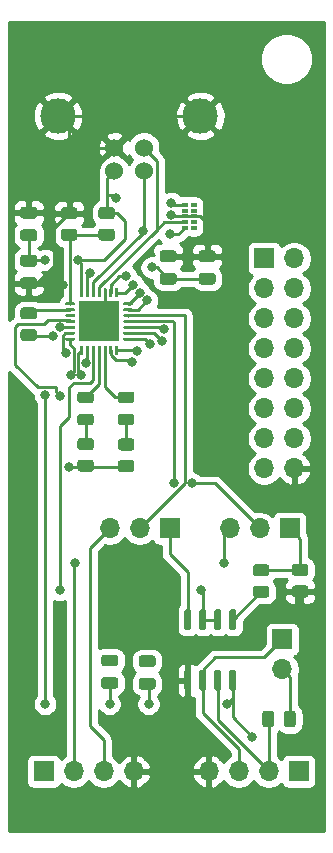
<source format=gtl>
G04 #@! TF.GenerationSoftware,KiCad,Pcbnew,(5.1.9)-1*
G04 #@! TF.CreationDate,2023-04-23T22:26:49+02:00*
G04 #@! TF.ProjectId,cp2102rs485,63703231-3032-4727-9334-38352e6b6963,rev?*
G04 #@! TF.SameCoordinates,Original*
G04 #@! TF.FileFunction,Copper,L1,Top*
G04 #@! TF.FilePolarity,Positive*
%FSLAX46Y46*%
G04 Gerber Fmt 4.6, Leading zero omitted, Abs format (unit mm)*
G04 Created by KiCad (PCBNEW (5.1.9)-1) date 2023-04-23 22:26:49*
%MOMM*%
%LPD*%
G01*
G04 APERTURE LIST*
G04 #@! TA.AperFunction,SMDPad,CuDef*
%ADD10R,3.350000X3.350000*%
G04 #@! TD*
G04 #@! TA.AperFunction,SMDPad,CuDef*
%ADD11R,0.550000X0.400000*%
G04 #@! TD*
G04 #@! TA.AperFunction,SMDPad,CuDef*
%ADD12R,0.550000X0.300000*%
G04 #@! TD*
G04 #@! TA.AperFunction,ComponentPad*
%ADD13O,1.700000X1.700000*%
G04 #@! TD*
G04 #@! TA.AperFunction,ComponentPad*
%ADD14R,1.700000X1.700000*%
G04 #@! TD*
G04 #@! TA.AperFunction,ComponentPad*
%ADD15C,3.000000*%
G04 #@! TD*
G04 #@! TA.AperFunction,ComponentPad*
%ADD16C,1.524000*%
G04 #@! TD*
G04 #@! TA.AperFunction,ViaPad*
%ADD17C,0.800000*%
G04 #@! TD*
G04 #@! TA.AperFunction,Conductor*
%ADD18C,0.250000*%
G04 #@! TD*
G04 #@! TA.AperFunction,Conductor*
%ADD19C,0.254000*%
G04 #@! TD*
G04 #@! TA.AperFunction,Conductor*
%ADD20C,0.100000*%
G04 #@! TD*
G04 APERTURE END LIST*
G04 #@! TA.AperFunction,SMDPad,CuDef*
G36*
G01*
X100688000Y-83488000D02*
X100988000Y-83488000D01*
G75*
G02*
X101138000Y-83638000I0J-150000D01*
G01*
X101138000Y-85088000D01*
G75*
G02*
X100988000Y-85238000I-150000J0D01*
G01*
X100688000Y-85238000D01*
G75*
G02*
X100538000Y-85088000I0J150000D01*
G01*
X100538000Y-83638000D01*
G75*
G02*
X100688000Y-83488000I150000J0D01*
G01*
G37*
G04 #@! TD.AperFunction*
G04 #@! TA.AperFunction,SMDPad,CuDef*
G36*
G01*
X99418000Y-83488000D02*
X99718000Y-83488000D01*
G75*
G02*
X99868000Y-83638000I0J-150000D01*
G01*
X99868000Y-85088000D01*
G75*
G02*
X99718000Y-85238000I-150000J0D01*
G01*
X99418000Y-85238000D01*
G75*
G02*
X99268000Y-85088000I0J150000D01*
G01*
X99268000Y-83638000D01*
G75*
G02*
X99418000Y-83488000I150000J0D01*
G01*
G37*
G04 #@! TD.AperFunction*
G04 #@! TA.AperFunction,SMDPad,CuDef*
G36*
G01*
X98148000Y-83488000D02*
X98448000Y-83488000D01*
G75*
G02*
X98598000Y-83638000I0J-150000D01*
G01*
X98598000Y-85088000D01*
G75*
G02*
X98448000Y-85238000I-150000J0D01*
G01*
X98148000Y-85238000D01*
G75*
G02*
X97998000Y-85088000I0J150000D01*
G01*
X97998000Y-83638000D01*
G75*
G02*
X98148000Y-83488000I150000J0D01*
G01*
G37*
G04 #@! TD.AperFunction*
G04 #@! TA.AperFunction,SMDPad,CuDef*
G36*
G01*
X96878000Y-83488000D02*
X97178000Y-83488000D01*
G75*
G02*
X97328000Y-83638000I0J-150000D01*
G01*
X97328000Y-85088000D01*
G75*
G02*
X97178000Y-85238000I-150000J0D01*
G01*
X96878000Y-85238000D01*
G75*
G02*
X96728000Y-85088000I0J150000D01*
G01*
X96728000Y-83638000D01*
G75*
G02*
X96878000Y-83488000I150000J0D01*
G01*
G37*
G04 #@! TD.AperFunction*
G04 #@! TA.AperFunction,SMDPad,CuDef*
G36*
G01*
X96878000Y-78338000D02*
X97178000Y-78338000D01*
G75*
G02*
X97328000Y-78488000I0J-150000D01*
G01*
X97328000Y-79938000D01*
G75*
G02*
X97178000Y-80088000I-150000J0D01*
G01*
X96878000Y-80088000D01*
G75*
G02*
X96728000Y-79938000I0J150000D01*
G01*
X96728000Y-78488000D01*
G75*
G02*
X96878000Y-78338000I150000J0D01*
G01*
G37*
G04 #@! TD.AperFunction*
G04 #@! TA.AperFunction,SMDPad,CuDef*
G36*
G01*
X98148000Y-78338000D02*
X98448000Y-78338000D01*
G75*
G02*
X98598000Y-78488000I0J-150000D01*
G01*
X98598000Y-79938000D01*
G75*
G02*
X98448000Y-80088000I-150000J0D01*
G01*
X98148000Y-80088000D01*
G75*
G02*
X97998000Y-79938000I0J150000D01*
G01*
X97998000Y-78488000D01*
G75*
G02*
X98148000Y-78338000I150000J0D01*
G01*
G37*
G04 #@! TD.AperFunction*
G04 #@! TA.AperFunction,SMDPad,CuDef*
G36*
G01*
X99418000Y-78338000D02*
X99718000Y-78338000D01*
G75*
G02*
X99868000Y-78488000I0J-150000D01*
G01*
X99868000Y-79938000D01*
G75*
G02*
X99718000Y-80088000I-150000J0D01*
G01*
X99418000Y-80088000D01*
G75*
G02*
X99268000Y-79938000I0J150000D01*
G01*
X99268000Y-78488000D01*
G75*
G02*
X99418000Y-78338000I150000J0D01*
G01*
G37*
G04 #@! TD.AperFunction*
G04 #@! TA.AperFunction,SMDPad,CuDef*
G36*
G01*
X100688000Y-78338000D02*
X100988000Y-78338000D01*
G75*
G02*
X101138000Y-78488000I0J-150000D01*
G01*
X101138000Y-79938000D01*
G75*
G02*
X100988000Y-80088000I-150000J0D01*
G01*
X100688000Y-80088000D01*
G75*
G02*
X100538000Y-79938000I0J150000D01*
G01*
X100538000Y-78488000D01*
G75*
G02*
X100688000Y-78338000I150000J0D01*
G01*
G37*
G04 #@! TD.AperFunction*
D10*
X89535000Y-53975000D03*
G04 #@! TA.AperFunction,SMDPad,CuDef*
G36*
G01*
X91647500Y-52350000D02*
X92322500Y-52350000D01*
G75*
G02*
X92385000Y-52412500I0J-62500D01*
G01*
X92385000Y-52537500D01*
G75*
G02*
X92322500Y-52600000I-62500J0D01*
G01*
X91647500Y-52600000D01*
G75*
G02*
X91585000Y-52537500I0J62500D01*
G01*
X91585000Y-52412500D01*
G75*
G02*
X91647500Y-52350000I62500J0D01*
G01*
G37*
G04 #@! TD.AperFunction*
G04 #@! TA.AperFunction,SMDPad,CuDef*
G36*
G01*
X91647500Y-52850000D02*
X92322500Y-52850000D01*
G75*
G02*
X92385000Y-52912500I0J-62500D01*
G01*
X92385000Y-53037500D01*
G75*
G02*
X92322500Y-53100000I-62500J0D01*
G01*
X91647500Y-53100000D01*
G75*
G02*
X91585000Y-53037500I0J62500D01*
G01*
X91585000Y-52912500D01*
G75*
G02*
X91647500Y-52850000I62500J0D01*
G01*
G37*
G04 #@! TD.AperFunction*
G04 #@! TA.AperFunction,SMDPad,CuDef*
G36*
G01*
X91647500Y-53350000D02*
X92322500Y-53350000D01*
G75*
G02*
X92385000Y-53412500I0J-62500D01*
G01*
X92385000Y-53537500D01*
G75*
G02*
X92322500Y-53600000I-62500J0D01*
G01*
X91647500Y-53600000D01*
G75*
G02*
X91585000Y-53537500I0J62500D01*
G01*
X91585000Y-53412500D01*
G75*
G02*
X91647500Y-53350000I62500J0D01*
G01*
G37*
G04 #@! TD.AperFunction*
G04 #@! TA.AperFunction,SMDPad,CuDef*
G36*
G01*
X91647500Y-53850000D02*
X92322500Y-53850000D01*
G75*
G02*
X92385000Y-53912500I0J-62500D01*
G01*
X92385000Y-54037500D01*
G75*
G02*
X92322500Y-54100000I-62500J0D01*
G01*
X91647500Y-54100000D01*
G75*
G02*
X91585000Y-54037500I0J62500D01*
G01*
X91585000Y-53912500D01*
G75*
G02*
X91647500Y-53850000I62500J0D01*
G01*
G37*
G04 #@! TD.AperFunction*
G04 #@! TA.AperFunction,SMDPad,CuDef*
G36*
G01*
X91647500Y-54350000D02*
X92322500Y-54350000D01*
G75*
G02*
X92385000Y-54412500I0J-62500D01*
G01*
X92385000Y-54537500D01*
G75*
G02*
X92322500Y-54600000I-62500J0D01*
G01*
X91647500Y-54600000D01*
G75*
G02*
X91585000Y-54537500I0J62500D01*
G01*
X91585000Y-54412500D01*
G75*
G02*
X91647500Y-54350000I62500J0D01*
G01*
G37*
G04 #@! TD.AperFunction*
G04 #@! TA.AperFunction,SMDPad,CuDef*
G36*
G01*
X91647500Y-54850000D02*
X92322500Y-54850000D01*
G75*
G02*
X92385000Y-54912500I0J-62500D01*
G01*
X92385000Y-55037500D01*
G75*
G02*
X92322500Y-55100000I-62500J0D01*
G01*
X91647500Y-55100000D01*
G75*
G02*
X91585000Y-55037500I0J62500D01*
G01*
X91585000Y-54912500D01*
G75*
G02*
X91647500Y-54850000I62500J0D01*
G01*
G37*
G04 #@! TD.AperFunction*
G04 #@! TA.AperFunction,SMDPad,CuDef*
G36*
G01*
X91647500Y-55350000D02*
X92322500Y-55350000D01*
G75*
G02*
X92385000Y-55412500I0J-62500D01*
G01*
X92385000Y-55537500D01*
G75*
G02*
X92322500Y-55600000I-62500J0D01*
G01*
X91647500Y-55600000D01*
G75*
G02*
X91585000Y-55537500I0J62500D01*
G01*
X91585000Y-55412500D01*
G75*
G02*
X91647500Y-55350000I62500J0D01*
G01*
G37*
G04 #@! TD.AperFunction*
G04 #@! TA.AperFunction,SMDPad,CuDef*
G36*
G01*
X90972500Y-56025000D02*
X91097500Y-56025000D01*
G75*
G02*
X91160000Y-56087500I0J-62500D01*
G01*
X91160000Y-56762500D01*
G75*
G02*
X91097500Y-56825000I-62500J0D01*
G01*
X90972500Y-56825000D01*
G75*
G02*
X90910000Y-56762500I0J62500D01*
G01*
X90910000Y-56087500D01*
G75*
G02*
X90972500Y-56025000I62500J0D01*
G01*
G37*
G04 #@! TD.AperFunction*
G04 #@! TA.AperFunction,SMDPad,CuDef*
G36*
G01*
X90472500Y-56025000D02*
X90597500Y-56025000D01*
G75*
G02*
X90660000Y-56087500I0J-62500D01*
G01*
X90660000Y-56762500D01*
G75*
G02*
X90597500Y-56825000I-62500J0D01*
G01*
X90472500Y-56825000D01*
G75*
G02*
X90410000Y-56762500I0J62500D01*
G01*
X90410000Y-56087500D01*
G75*
G02*
X90472500Y-56025000I62500J0D01*
G01*
G37*
G04 #@! TD.AperFunction*
G04 #@! TA.AperFunction,SMDPad,CuDef*
G36*
G01*
X89972500Y-56025000D02*
X90097500Y-56025000D01*
G75*
G02*
X90160000Y-56087500I0J-62500D01*
G01*
X90160000Y-56762500D01*
G75*
G02*
X90097500Y-56825000I-62500J0D01*
G01*
X89972500Y-56825000D01*
G75*
G02*
X89910000Y-56762500I0J62500D01*
G01*
X89910000Y-56087500D01*
G75*
G02*
X89972500Y-56025000I62500J0D01*
G01*
G37*
G04 #@! TD.AperFunction*
G04 #@! TA.AperFunction,SMDPad,CuDef*
G36*
G01*
X89472500Y-56025000D02*
X89597500Y-56025000D01*
G75*
G02*
X89660000Y-56087500I0J-62500D01*
G01*
X89660000Y-56762500D01*
G75*
G02*
X89597500Y-56825000I-62500J0D01*
G01*
X89472500Y-56825000D01*
G75*
G02*
X89410000Y-56762500I0J62500D01*
G01*
X89410000Y-56087500D01*
G75*
G02*
X89472500Y-56025000I62500J0D01*
G01*
G37*
G04 #@! TD.AperFunction*
G04 #@! TA.AperFunction,SMDPad,CuDef*
G36*
G01*
X88972500Y-56025000D02*
X89097500Y-56025000D01*
G75*
G02*
X89160000Y-56087500I0J-62500D01*
G01*
X89160000Y-56762500D01*
G75*
G02*
X89097500Y-56825000I-62500J0D01*
G01*
X88972500Y-56825000D01*
G75*
G02*
X88910000Y-56762500I0J62500D01*
G01*
X88910000Y-56087500D01*
G75*
G02*
X88972500Y-56025000I62500J0D01*
G01*
G37*
G04 #@! TD.AperFunction*
G04 #@! TA.AperFunction,SMDPad,CuDef*
G36*
G01*
X88472500Y-56025000D02*
X88597500Y-56025000D01*
G75*
G02*
X88660000Y-56087500I0J-62500D01*
G01*
X88660000Y-56762500D01*
G75*
G02*
X88597500Y-56825000I-62500J0D01*
G01*
X88472500Y-56825000D01*
G75*
G02*
X88410000Y-56762500I0J62500D01*
G01*
X88410000Y-56087500D01*
G75*
G02*
X88472500Y-56025000I62500J0D01*
G01*
G37*
G04 #@! TD.AperFunction*
G04 #@! TA.AperFunction,SMDPad,CuDef*
G36*
G01*
X87972500Y-56025000D02*
X88097500Y-56025000D01*
G75*
G02*
X88160000Y-56087500I0J-62500D01*
G01*
X88160000Y-56762500D01*
G75*
G02*
X88097500Y-56825000I-62500J0D01*
G01*
X87972500Y-56825000D01*
G75*
G02*
X87910000Y-56762500I0J62500D01*
G01*
X87910000Y-56087500D01*
G75*
G02*
X87972500Y-56025000I62500J0D01*
G01*
G37*
G04 #@! TD.AperFunction*
G04 #@! TA.AperFunction,SMDPad,CuDef*
G36*
G01*
X86747500Y-55350000D02*
X87422500Y-55350000D01*
G75*
G02*
X87485000Y-55412500I0J-62500D01*
G01*
X87485000Y-55537500D01*
G75*
G02*
X87422500Y-55600000I-62500J0D01*
G01*
X86747500Y-55600000D01*
G75*
G02*
X86685000Y-55537500I0J62500D01*
G01*
X86685000Y-55412500D01*
G75*
G02*
X86747500Y-55350000I62500J0D01*
G01*
G37*
G04 #@! TD.AperFunction*
G04 #@! TA.AperFunction,SMDPad,CuDef*
G36*
G01*
X86747500Y-54850000D02*
X87422500Y-54850000D01*
G75*
G02*
X87485000Y-54912500I0J-62500D01*
G01*
X87485000Y-55037500D01*
G75*
G02*
X87422500Y-55100000I-62500J0D01*
G01*
X86747500Y-55100000D01*
G75*
G02*
X86685000Y-55037500I0J62500D01*
G01*
X86685000Y-54912500D01*
G75*
G02*
X86747500Y-54850000I62500J0D01*
G01*
G37*
G04 #@! TD.AperFunction*
G04 #@! TA.AperFunction,SMDPad,CuDef*
G36*
G01*
X86747500Y-54350000D02*
X87422500Y-54350000D01*
G75*
G02*
X87485000Y-54412500I0J-62500D01*
G01*
X87485000Y-54537500D01*
G75*
G02*
X87422500Y-54600000I-62500J0D01*
G01*
X86747500Y-54600000D01*
G75*
G02*
X86685000Y-54537500I0J62500D01*
G01*
X86685000Y-54412500D01*
G75*
G02*
X86747500Y-54350000I62500J0D01*
G01*
G37*
G04 #@! TD.AperFunction*
G04 #@! TA.AperFunction,SMDPad,CuDef*
G36*
G01*
X86747500Y-53850000D02*
X87422500Y-53850000D01*
G75*
G02*
X87485000Y-53912500I0J-62500D01*
G01*
X87485000Y-54037500D01*
G75*
G02*
X87422500Y-54100000I-62500J0D01*
G01*
X86747500Y-54100000D01*
G75*
G02*
X86685000Y-54037500I0J62500D01*
G01*
X86685000Y-53912500D01*
G75*
G02*
X86747500Y-53850000I62500J0D01*
G01*
G37*
G04 #@! TD.AperFunction*
G04 #@! TA.AperFunction,SMDPad,CuDef*
G36*
G01*
X86747500Y-53350000D02*
X87422500Y-53350000D01*
G75*
G02*
X87485000Y-53412500I0J-62500D01*
G01*
X87485000Y-53537500D01*
G75*
G02*
X87422500Y-53600000I-62500J0D01*
G01*
X86747500Y-53600000D01*
G75*
G02*
X86685000Y-53537500I0J62500D01*
G01*
X86685000Y-53412500D01*
G75*
G02*
X86747500Y-53350000I62500J0D01*
G01*
G37*
G04 #@! TD.AperFunction*
G04 #@! TA.AperFunction,SMDPad,CuDef*
G36*
G01*
X86747500Y-52850000D02*
X87422500Y-52850000D01*
G75*
G02*
X87485000Y-52912500I0J-62500D01*
G01*
X87485000Y-53037500D01*
G75*
G02*
X87422500Y-53100000I-62500J0D01*
G01*
X86747500Y-53100000D01*
G75*
G02*
X86685000Y-53037500I0J62500D01*
G01*
X86685000Y-52912500D01*
G75*
G02*
X86747500Y-52850000I62500J0D01*
G01*
G37*
G04 #@! TD.AperFunction*
G04 #@! TA.AperFunction,SMDPad,CuDef*
G36*
G01*
X86747500Y-52350000D02*
X87422500Y-52350000D01*
G75*
G02*
X87485000Y-52412500I0J-62500D01*
G01*
X87485000Y-52537500D01*
G75*
G02*
X87422500Y-52600000I-62500J0D01*
G01*
X86747500Y-52600000D01*
G75*
G02*
X86685000Y-52537500I0J62500D01*
G01*
X86685000Y-52412500D01*
G75*
G02*
X86747500Y-52350000I62500J0D01*
G01*
G37*
G04 #@! TD.AperFunction*
G04 #@! TA.AperFunction,SMDPad,CuDef*
G36*
G01*
X87972500Y-51125000D02*
X88097500Y-51125000D01*
G75*
G02*
X88160000Y-51187500I0J-62500D01*
G01*
X88160000Y-51862500D01*
G75*
G02*
X88097500Y-51925000I-62500J0D01*
G01*
X87972500Y-51925000D01*
G75*
G02*
X87910000Y-51862500I0J62500D01*
G01*
X87910000Y-51187500D01*
G75*
G02*
X87972500Y-51125000I62500J0D01*
G01*
G37*
G04 #@! TD.AperFunction*
G04 #@! TA.AperFunction,SMDPad,CuDef*
G36*
G01*
X88472500Y-51125000D02*
X88597500Y-51125000D01*
G75*
G02*
X88660000Y-51187500I0J-62500D01*
G01*
X88660000Y-51862500D01*
G75*
G02*
X88597500Y-51925000I-62500J0D01*
G01*
X88472500Y-51925000D01*
G75*
G02*
X88410000Y-51862500I0J62500D01*
G01*
X88410000Y-51187500D01*
G75*
G02*
X88472500Y-51125000I62500J0D01*
G01*
G37*
G04 #@! TD.AperFunction*
G04 #@! TA.AperFunction,SMDPad,CuDef*
G36*
G01*
X88972500Y-51125000D02*
X89097500Y-51125000D01*
G75*
G02*
X89160000Y-51187500I0J-62500D01*
G01*
X89160000Y-51862500D01*
G75*
G02*
X89097500Y-51925000I-62500J0D01*
G01*
X88972500Y-51925000D01*
G75*
G02*
X88910000Y-51862500I0J62500D01*
G01*
X88910000Y-51187500D01*
G75*
G02*
X88972500Y-51125000I62500J0D01*
G01*
G37*
G04 #@! TD.AperFunction*
G04 #@! TA.AperFunction,SMDPad,CuDef*
G36*
G01*
X89472500Y-51125000D02*
X89597500Y-51125000D01*
G75*
G02*
X89660000Y-51187500I0J-62500D01*
G01*
X89660000Y-51862500D01*
G75*
G02*
X89597500Y-51925000I-62500J0D01*
G01*
X89472500Y-51925000D01*
G75*
G02*
X89410000Y-51862500I0J62500D01*
G01*
X89410000Y-51187500D01*
G75*
G02*
X89472500Y-51125000I62500J0D01*
G01*
G37*
G04 #@! TD.AperFunction*
G04 #@! TA.AperFunction,SMDPad,CuDef*
G36*
G01*
X89972500Y-51125000D02*
X90097500Y-51125000D01*
G75*
G02*
X90160000Y-51187500I0J-62500D01*
G01*
X90160000Y-51862500D01*
G75*
G02*
X90097500Y-51925000I-62500J0D01*
G01*
X89972500Y-51925000D01*
G75*
G02*
X89910000Y-51862500I0J62500D01*
G01*
X89910000Y-51187500D01*
G75*
G02*
X89972500Y-51125000I62500J0D01*
G01*
G37*
G04 #@! TD.AperFunction*
G04 #@! TA.AperFunction,SMDPad,CuDef*
G36*
G01*
X90472500Y-51125000D02*
X90597500Y-51125000D01*
G75*
G02*
X90660000Y-51187500I0J-62500D01*
G01*
X90660000Y-51862500D01*
G75*
G02*
X90597500Y-51925000I-62500J0D01*
G01*
X90472500Y-51925000D01*
G75*
G02*
X90410000Y-51862500I0J62500D01*
G01*
X90410000Y-51187500D01*
G75*
G02*
X90472500Y-51125000I62500J0D01*
G01*
G37*
G04 #@! TD.AperFunction*
G04 #@! TA.AperFunction,SMDPad,CuDef*
G36*
G01*
X90972500Y-51125000D02*
X91097500Y-51125000D01*
G75*
G02*
X91160000Y-51187500I0J-62500D01*
G01*
X91160000Y-51862500D01*
G75*
G02*
X91097500Y-51925000I-62500J0D01*
G01*
X90972500Y-51925000D01*
G75*
G02*
X90910000Y-51862500I0J62500D01*
G01*
X90910000Y-51187500D01*
G75*
G02*
X90972500Y-51125000I62500J0D01*
G01*
G37*
G04 #@! TD.AperFunction*
D11*
X97540000Y-45085000D03*
D12*
X97540000Y-44085000D03*
X97540000Y-45585000D03*
X97540000Y-46085000D03*
X97540000Y-44585000D03*
X96770000Y-46085000D03*
X96770000Y-45585000D03*
D11*
X96770000Y-45085000D03*
D12*
X96770000Y-44585000D03*
X96770000Y-44085000D03*
G04 #@! TA.AperFunction,SMDPad,CuDef*
G36*
G01*
X104375000Y-87179999D02*
X104375000Y-88080001D01*
G75*
G02*
X104125001Y-88330000I-249999J0D01*
G01*
X103599999Y-88330000D01*
G75*
G02*
X103350000Y-88080001I0J249999D01*
G01*
X103350000Y-87179999D01*
G75*
G02*
X103599999Y-86930000I249999J0D01*
G01*
X104125001Y-86930000D01*
G75*
G02*
X104375000Y-87179999I0J-249999D01*
G01*
G37*
G04 #@! TD.AperFunction*
G04 #@! TA.AperFunction,SMDPad,CuDef*
G36*
G01*
X106200000Y-87179999D02*
X106200000Y-88080001D01*
G75*
G02*
X105950001Y-88330000I-249999J0D01*
G01*
X105424999Y-88330000D01*
G75*
G02*
X105175000Y-88080001I0J249999D01*
G01*
X105175000Y-87179999D01*
G75*
G02*
X105424999Y-86930000I249999J0D01*
G01*
X105950001Y-86930000D01*
G75*
G02*
X106200000Y-87179999I0J-249999D01*
G01*
G37*
G04 #@! TD.AperFunction*
G04 #@! TA.AperFunction,SMDPad,CuDef*
G36*
G01*
X106102999Y-76322500D02*
X107003001Y-76322500D01*
G75*
G02*
X107253000Y-76572499I0J-249999D01*
G01*
X107253000Y-77097501D01*
G75*
G02*
X107003001Y-77347500I-249999J0D01*
G01*
X106102999Y-77347500D01*
G75*
G02*
X105853000Y-77097501I0J249999D01*
G01*
X105853000Y-76572499D01*
G75*
G02*
X106102999Y-76322500I249999J0D01*
G01*
G37*
G04 #@! TD.AperFunction*
G04 #@! TA.AperFunction,SMDPad,CuDef*
G36*
G01*
X106102999Y-74497500D02*
X107003001Y-74497500D01*
G75*
G02*
X107253000Y-74747499I0J-249999D01*
G01*
X107253000Y-75272501D01*
G75*
G02*
X107003001Y-75522500I-249999J0D01*
G01*
X106102999Y-75522500D01*
G75*
G02*
X105853000Y-75272501I0J249999D01*
G01*
X105853000Y-74747499D01*
G75*
G02*
X106102999Y-74497500I249999J0D01*
G01*
G37*
G04 #@! TD.AperFunction*
G04 #@! TA.AperFunction,SMDPad,CuDef*
G36*
G01*
X103701001Y-75546000D02*
X102800999Y-75546000D01*
G75*
G02*
X102551000Y-75296001I0J249999D01*
G01*
X102551000Y-74770999D01*
G75*
G02*
X102800999Y-74521000I249999J0D01*
G01*
X103701001Y-74521000D01*
G75*
G02*
X103951000Y-74770999I0J-249999D01*
G01*
X103951000Y-75296001D01*
G75*
G02*
X103701001Y-75546000I-249999J0D01*
G01*
G37*
G04 #@! TD.AperFunction*
G04 #@! TA.AperFunction,SMDPad,CuDef*
G36*
G01*
X103701001Y-77371000D02*
X102800999Y-77371000D01*
G75*
G02*
X102551000Y-77121001I0J249999D01*
G01*
X102551000Y-76595999D01*
G75*
G02*
X102800999Y-76346000I249999J0D01*
G01*
X103701001Y-76346000D01*
G75*
G02*
X103951000Y-76595999I0J-249999D01*
G01*
X103951000Y-77121001D01*
G75*
G02*
X103701001Y-77371000I-249999J0D01*
G01*
G37*
G04 #@! TD.AperFunction*
G04 #@! TA.AperFunction,SMDPad,CuDef*
G36*
G01*
X88842001Y-64878000D02*
X87941999Y-64878000D01*
G75*
G02*
X87692000Y-64628001I0J249999D01*
G01*
X87692000Y-64102999D01*
G75*
G02*
X87941999Y-63853000I249999J0D01*
G01*
X88842001Y-63853000D01*
G75*
G02*
X89092000Y-64102999I0J-249999D01*
G01*
X89092000Y-64628001D01*
G75*
G02*
X88842001Y-64878000I-249999J0D01*
G01*
G37*
G04 #@! TD.AperFunction*
G04 #@! TA.AperFunction,SMDPad,CuDef*
G36*
G01*
X88842001Y-66703000D02*
X87941999Y-66703000D01*
G75*
G02*
X87692000Y-66453001I0J249999D01*
G01*
X87692000Y-65927999D01*
G75*
G02*
X87941999Y-65678000I249999J0D01*
G01*
X88842001Y-65678000D01*
G75*
G02*
X89092000Y-65927999I0J-249999D01*
G01*
X89092000Y-66453001D01*
G75*
G02*
X88842001Y-66703000I-249999J0D01*
G01*
G37*
G04 #@! TD.AperFunction*
G04 #@! TA.AperFunction,SMDPad,CuDef*
G36*
G01*
X92271001Y-64901500D02*
X91370999Y-64901500D01*
G75*
G02*
X91121000Y-64651501I0J249999D01*
G01*
X91121000Y-64126499D01*
G75*
G02*
X91370999Y-63876500I249999J0D01*
G01*
X92271001Y-63876500D01*
G75*
G02*
X92521000Y-64126499I0J-249999D01*
G01*
X92521000Y-64651501D01*
G75*
G02*
X92271001Y-64901500I-249999J0D01*
G01*
G37*
G04 #@! TD.AperFunction*
G04 #@! TA.AperFunction,SMDPad,CuDef*
G36*
G01*
X92271001Y-66726500D02*
X91370999Y-66726500D01*
G75*
G02*
X91121000Y-66476501I0J249999D01*
G01*
X91121000Y-65951499D01*
G75*
G02*
X91370999Y-65701500I249999J0D01*
G01*
X92271001Y-65701500D01*
G75*
G02*
X92521000Y-65951499I0J-249999D01*
G01*
X92521000Y-66476501D01*
G75*
G02*
X92271001Y-66726500I-249999J0D01*
G01*
G37*
G04 #@! TD.AperFunction*
G04 #@! TA.AperFunction,SMDPad,CuDef*
G36*
G01*
X84016001Y-53805500D02*
X83115999Y-53805500D01*
G75*
G02*
X82866000Y-53555501I0J249999D01*
G01*
X82866000Y-53030499D01*
G75*
G02*
X83115999Y-52780500I249999J0D01*
G01*
X84016001Y-52780500D01*
G75*
G02*
X84266000Y-53030499I0J-249999D01*
G01*
X84266000Y-53555501D01*
G75*
G02*
X84016001Y-53805500I-249999J0D01*
G01*
G37*
G04 #@! TD.AperFunction*
G04 #@! TA.AperFunction,SMDPad,CuDef*
G36*
G01*
X84016001Y-55630500D02*
X83115999Y-55630500D01*
G75*
G02*
X82866000Y-55380501I0J249999D01*
G01*
X82866000Y-54855499D01*
G75*
G02*
X83115999Y-54605500I249999J0D01*
G01*
X84016001Y-54605500D01*
G75*
G02*
X84266000Y-54855499I0J-249999D01*
G01*
X84266000Y-55380501D01*
G75*
G02*
X84016001Y-55630500I-249999J0D01*
G01*
G37*
G04 #@! TD.AperFunction*
G04 #@! TA.AperFunction,SMDPad,CuDef*
G36*
G01*
X87445001Y-45320000D02*
X86544999Y-45320000D01*
G75*
G02*
X86295000Y-45070001I0J249999D01*
G01*
X86295000Y-44544999D01*
G75*
G02*
X86544999Y-44295000I249999J0D01*
G01*
X87445001Y-44295000D01*
G75*
G02*
X87695000Y-44544999I0J-249999D01*
G01*
X87695000Y-45070001D01*
G75*
G02*
X87445001Y-45320000I-249999J0D01*
G01*
G37*
G04 #@! TD.AperFunction*
G04 #@! TA.AperFunction,SMDPad,CuDef*
G36*
G01*
X87445001Y-47145000D02*
X86544999Y-47145000D01*
G75*
G02*
X86295000Y-46895001I0J249999D01*
G01*
X86295000Y-46369999D01*
G75*
G02*
X86544999Y-46120000I249999J0D01*
G01*
X87445001Y-46120000D01*
G75*
G02*
X87695000Y-46369999I0J-249999D01*
G01*
X87695000Y-46895001D01*
G75*
G02*
X87445001Y-47145000I-249999J0D01*
G01*
G37*
G04 #@! TD.AperFunction*
G04 #@! TA.AperFunction,SMDPad,CuDef*
G36*
G01*
X89719999Y-46120000D02*
X90620001Y-46120000D01*
G75*
G02*
X90870000Y-46369999I0J-249999D01*
G01*
X90870000Y-46895001D01*
G75*
G02*
X90620001Y-47145000I-249999J0D01*
G01*
X89719999Y-47145000D01*
G75*
G02*
X89470000Y-46895001I0J249999D01*
G01*
X89470000Y-46369999D01*
G75*
G02*
X89719999Y-46120000I249999J0D01*
G01*
G37*
G04 #@! TD.AperFunction*
G04 #@! TA.AperFunction,SMDPad,CuDef*
G36*
G01*
X89719999Y-44295000D02*
X90620001Y-44295000D01*
G75*
G02*
X90870000Y-44544999I0J-249999D01*
G01*
X90870000Y-45070001D01*
G75*
G02*
X90620001Y-45320000I-249999J0D01*
G01*
X89719999Y-45320000D01*
G75*
G02*
X89470000Y-45070001I0J249999D01*
G01*
X89470000Y-44544999D01*
G75*
G02*
X89719999Y-44295000I249999J0D01*
G01*
G37*
G04 #@! TD.AperFunction*
D13*
X105029000Y-83439000D03*
D14*
X105029000Y-80899000D03*
D13*
X90424000Y-71501000D03*
X92964000Y-71501000D03*
D14*
X95504000Y-71501000D03*
D13*
X100584000Y-71501000D03*
X103124000Y-71501000D03*
D14*
X105664000Y-71501000D03*
D13*
X92456000Y-92075000D03*
X89916000Y-92075000D03*
X87376000Y-92075000D03*
D14*
X84836000Y-92075000D03*
D13*
X98806000Y-92075000D03*
X101346000Y-92075000D03*
X103886000Y-92075000D03*
D14*
X106426000Y-92075000D03*
D13*
X106045000Y-66421000D03*
X103505000Y-66421000D03*
X106045000Y-63881000D03*
X103505000Y-63881000D03*
X106045000Y-61341000D03*
X103505000Y-61341000D03*
X106045000Y-58801000D03*
X103505000Y-58801000D03*
X106045000Y-56261000D03*
X103505000Y-56261000D03*
X106045000Y-53721000D03*
X103505000Y-53721000D03*
X106045000Y-51181000D03*
X103505000Y-51181000D03*
X106045000Y-48641000D03*
D14*
X103505000Y-48641000D03*
D15*
X86055000Y-36565000D03*
X98095000Y-36565000D03*
D16*
X90825000Y-39275000D03*
X93325000Y-39275000D03*
X93325000Y-41275000D03*
X90825000Y-41275000D03*
G04 #@! TA.AperFunction,SMDPad,CuDef*
G36*
G01*
X87935750Y-61791000D02*
X88848250Y-61791000D01*
G75*
G02*
X89092000Y-62034750I0J-243750D01*
G01*
X89092000Y-62522250D01*
G75*
G02*
X88848250Y-62766000I-243750J0D01*
G01*
X87935750Y-62766000D01*
G75*
G02*
X87692000Y-62522250I0J243750D01*
G01*
X87692000Y-62034750D01*
G75*
G02*
X87935750Y-61791000I243750J0D01*
G01*
G37*
G04 #@! TD.AperFunction*
G04 #@! TA.AperFunction,SMDPad,CuDef*
G36*
G01*
X87935750Y-59916000D02*
X88848250Y-59916000D01*
G75*
G02*
X89092000Y-60159750I0J-243750D01*
G01*
X89092000Y-60647250D01*
G75*
G02*
X88848250Y-60891000I-243750J0D01*
G01*
X87935750Y-60891000D01*
G75*
G02*
X87692000Y-60647250I0J243750D01*
G01*
X87692000Y-60159750D01*
G75*
G02*
X87935750Y-59916000I243750J0D01*
G01*
G37*
G04 #@! TD.AperFunction*
G04 #@! TA.AperFunction,SMDPad,CuDef*
G36*
G01*
X91364750Y-61791000D02*
X92277250Y-61791000D01*
G75*
G02*
X92521000Y-62034750I0J-243750D01*
G01*
X92521000Y-62522250D01*
G75*
G02*
X92277250Y-62766000I-243750J0D01*
G01*
X91364750Y-62766000D01*
G75*
G02*
X91121000Y-62522250I0J243750D01*
G01*
X91121000Y-62034750D01*
G75*
G02*
X91364750Y-61791000I243750J0D01*
G01*
G37*
G04 #@! TD.AperFunction*
G04 #@! TA.AperFunction,SMDPad,CuDef*
G36*
G01*
X91364750Y-59916000D02*
X92277250Y-59916000D01*
G75*
G02*
X92521000Y-60159750I0J-243750D01*
G01*
X92521000Y-60647250D01*
G75*
G02*
X92277250Y-60891000I-243750J0D01*
G01*
X91364750Y-60891000D01*
G75*
G02*
X91121000Y-60647250I0J243750D01*
G01*
X91121000Y-60159750D01*
G75*
G02*
X91364750Y-59916000I243750J0D01*
G01*
G37*
G04 #@! TD.AperFunction*
G04 #@! TA.AperFunction,SMDPad,CuDef*
G36*
G01*
X90899000Y-83177000D02*
X89949000Y-83177000D01*
G75*
G02*
X89699000Y-82927000I0J250000D01*
G01*
X89699000Y-82427000D01*
G75*
G02*
X89949000Y-82177000I250000J0D01*
G01*
X90899000Y-82177000D01*
G75*
G02*
X91149000Y-82427000I0J-250000D01*
G01*
X91149000Y-82927000D01*
G75*
G02*
X90899000Y-83177000I-250000J0D01*
G01*
G37*
G04 #@! TD.AperFunction*
G04 #@! TA.AperFunction,SMDPad,CuDef*
G36*
G01*
X90899000Y-85077000D02*
X89949000Y-85077000D01*
G75*
G02*
X89699000Y-84827000I0J250000D01*
G01*
X89699000Y-84327000D01*
G75*
G02*
X89949000Y-84077000I250000J0D01*
G01*
X90899000Y-84077000D01*
G75*
G02*
X91149000Y-84327000I0J-250000D01*
G01*
X91149000Y-84827000D01*
G75*
G02*
X90899000Y-85077000I-250000J0D01*
G01*
G37*
G04 #@! TD.AperFunction*
G04 #@! TA.AperFunction,SMDPad,CuDef*
G36*
G01*
X94074000Y-83243000D02*
X93124000Y-83243000D01*
G75*
G02*
X92874000Y-82993000I0J250000D01*
G01*
X92874000Y-82493000D01*
G75*
G02*
X93124000Y-82243000I250000J0D01*
G01*
X94074000Y-82243000D01*
G75*
G02*
X94324000Y-82493000I0J-250000D01*
G01*
X94324000Y-82993000D01*
G75*
G02*
X94074000Y-83243000I-250000J0D01*
G01*
G37*
G04 #@! TD.AperFunction*
G04 #@! TA.AperFunction,SMDPad,CuDef*
G36*
G01*
X94074000Y-85143000D02*
X93124000Y-85143000D01*
G75*
G02*
X92874000Y-84893000I0J250000D01*
G01*
X92874000Y-84393000D01*
G75*
G02*
X93124000Y-84143000I250000J0D01*
G01*
X94074000Y-84143000D01*
G75*
G02*
X94324000Y-84393000I0J-250000D01*
G01*
X94324000Y-84893000D01*
G75*
G02*
X94074000Y-85143000I-250000J0D01*
G01*
G37*
G04 #@! TD.AperFunction*
G04 #@! TA.AperFunction,SMDPad,CuDef*
G36*
G01*
X99154000Y-48953000D02*
X98204000Y-48953000D01*
G75*
G02*
X97954000Y-48703000I0J250000D01*
G01*
X97954000Y-48203000D01*
G75*
G02*
X98204000Y-47953000I250000J0D01*
G01*
X99154000Y-47953000D01*
G75*
G02*
X99404000Y-48203000I0J-250000D01*
G01*
X99404000Y-48703000D01*
G75*
G02*
X99154000Y-48953000I-250000J0D01*
G01*
G37*
G04 #@! TD.AperFunction*
G04 #@! TA.AperFunction,SMDPad,CuDef*
G36*
G01*
X99154000Y-50853000D02*
X98204000Y-50853000D01*
G75*
G02*
X97954000Y-50603000I0J250000D01*
G01*
X97954000Y-50103000D01*
G75*
G02*
X98204000Y-49853000I250000J0D01*
G01*
X99154000Y-49853000D01*
G75*
G02*
X99404000Y-50103000I0J-250000D01*
G01*
X99404000Y-50603000D01*
G75*
G02*
X99154000Y-50853000I-250000J0D01*
G01*
G37*
G04 #@! TD.AperFunction*
G04 #@! TA.AperFunction,SMDPad,CuDef*
G36*
G01*
X95852000Y-48953000D02*
X94902000Y-48953000D01*
G75*
G02*
X94652000Y-48703000I0J250000D01*
G01*
X94652000Y-48203000D01*
G75*
G02*
X94902000Y-47953000I250000J0D01*
G01*
X95852000Y-47953000D01*
G75*
G02*
X96102000Y-48203000I0J-250000D01*
G01*
X96102000Y-48703000D01*
G75*
G02*
X95852000Y-48953000I-250000J0D01*
G01*
G37*
G04 #@! TD.AperFunction*
G04 #@! TA.AperFunction,SMDPad,CuDef*
G36*
G01*
X95852000Y-50853000D02*
X94902000Y-50853000D01*
G75*
G02*
X94652000Y-50603000I0J250000D01*
G01*
X94652000Y-50103000D01*
G75*
G02*
X94902000Y-49853000I250000J0D01*
G01*
X95852000Y-49853000D01*
G75*
G02*
X96102000Y-50103000I0J-250000D01*
G01*
X96102000Y-50603000D01*
G75*
G02*
X95852000Y-50853000I-250000J0D01*
G01*
G37*
G04 #@! TD.AperFunction*
G04 #@! TA.AperFunction,SMDPad,CuDef*
G36*
G01*
X83091000Y-50234000D02*
X84041000Y-50234000D01*
G75*
G02*
X84291000Y-50484000I0J-250000D01*
G01*
X84291000Y-50984000D01*
G75*
G02*
X84041000Y-51234000I-250000J0D01*
G01*
X83091000Y-51234000D01*
G75*
G02*
X82841000Y-50984000I0J250000D01*
G01*
X82841000Y-50484000D01*
G75*
G02*
X83091000Y-50234000I250000J0D01*
G01*
G37*
G04 #@! TD.AperFunction*
G04 #@! TA.AperFunction,SMDPad,CuDef*
G36*
G01*
X83091000Y-48334000D02*
X84041000Y-48334000D01*
G75*
G02*
X84291000Y-48584000I0J-250000D01*
G01*
X84291000Y-49084000D01*
G75*
G02*
X84041000Y-49334000I-250000J0D01*
G01*
X83091000Y-49334000D01*
G75*
G02*
X82841000Y-49084000I0J250000D01*
G01*
X82841000Y-48584000D01*
G75*
G02*
X83091000Y-48334000I250000J0D01*
G01*
G37*
G04 #@! TD.AperFunction*
G04 #@! TA.AperFunction,SMDPad,CuDef*
G36*
G01*
X84041000Y-45270000D02*
X83091000Y-45270000D01*
G75*
G02*
X82841000Y-45020000I0J250000D01*
G01*
X82841000Y-44520000D01*
G75*
G02*
X83091000Y-44270000I250000J0D01*
G01*
X84041000Y-44270000D01*
G75*
G02*
X84291000Y-44520000I0J-250000D01*
G01*
X84291000Y-45020000D01*
G75*
G02*
X84041000Y-45270000I-250000J0D01*
G01*
G37*
G04 #@! TD.AperFunction*
G04 #@! TA.AperFunction,SMDPad,CuDef*
G36*
G01*
X84041000Y-47170000D02*
X83091000Y-47170000D01*
G75*
G02*
X82841000Y-46920000I0J250000D01*
G01*
X82841000Y-46420000D01*
G75*
G02*
X83091000Y-46170000I250000J0D01*
G01*
X84041000Y-46170000D01*
G75*
G02*
X84291000Y-46420000I0J-250000D01*
G01*
X84291000Y-46920000D01*
G75*
G02*
X84041000Y-47170000I-250000J0D01*
G01*
G37*
G04 #@! TD.AperFunction*
D17*
X95631000Y-44958000D03*
X95758000Y-84328000D03*
X106172000Y-78359000D03*
X86484442Y-50924442D03*
X89535000Y-53975000D03*
X95631000Y-43942000D03*
X90932000Y-43561000D03*
X102489000Y-89154000D03*
X100330000Y-86360000D03*
X93726000Y-86360000D03*
X90424000Y-86360000D03*
X87757000Y-48768000D03*
X84963000Y-48768000D03*
X84963000Y-60198000D03*
X84963000Y-86360000D03*
X88773000Y-49911000D03*
X93980000Y-49403000D03*
X85588000Y-55245000D03*
X86995000Y-66294000D03*
X93268336Y-46318336D03*
X95504000Y-46609000D03*
X86213000Y-60325000D03*
X86233000Y-54483000D03*
X86741000Y-56642000D03*
X87110997Y-58547000D03*
X88011000Y-58547000D03*
X88392000Y-57531000D03*
X92329000Y-57404000D03*
X92710000Y-56515000D03*
X93853000Y-55880000D03*
X94869000Y-55626000D03*
X94996000Y-54610000D03*
X93600397Y-52198397D03*
X92964000Y-51562000D03*
X92383227Y-50867784D03*
X91821000Y-50165000D03*
X87503000Y-74422000D03*
X100076000Y-74422000D03*
X97409000Y-67691000D03*
X95885000Y-67691000D03*
X98171000Y-76708000D03*
X86233000Y-76708000D03*
D18*
X86995000Y-37505000D02*
X86055000Y-36565000D01*
X86995000Y-44807500D02*
X86995000Y-37505000D01*
X98095000Y-36565000D02*
X86055000Y-36565000D01*
X88765000Y-39275000D02*
X86055000Y-36565000D01*
X90825000Y-39275000D02*
X88765000Y-39275000D01*
X96770000Y-45085000D02*
X97540000Y-45085000D01*
X95758000Y-45085000D02*
X95631000Y-44958000D01*
X96770000Y-45085000D02*
X95758000Y-45085000D01*
X98806000Y-92075000D02*
X98806000Y-88900000D01*
X97028000Y-87122000D02*
X97028000Y-84363000D01*
X98806000Y-88900000D02*
X97028000Y-87122000D01*
X98806000Y-92075000D02*
X92456000Y-92075000D01*
X86957500Y-44770000D02*
X86995000Y-44807500D01*
X83566000Y-44770000D02*
X86957500Y-44770000D01*
X84291000Y-50734000D02*
X85725000Y-49300000D01*
X83566000Y-50734000D02*
X84291000Y-50734000D01*
X85725000Y-46077500D02*
X86995000Y-44807500D01*
X85725000Y-49300000D02*
X85725000Y-46077500D01*
X95377000Y-48453000D02*
X98679000Y-48453000D01*
X98679000Y-45699000D02*
X98679000Y-48453000D01*
X98065000Y-45085000D02*
X98679000Y-45699000D01*
X97540000Y-45085000D02*
X98065000Y-45085000D01*
X95793000Y-84363000D02*
X95758000Y-84328000D01*
X97028000Y-84363000D02*
X95793000Y-84363000D01*
X106172000Y-77216000D02*
X106553000Y-76835000D01*
X106172000Y-78359000D02*
X106172000Y-77216000D01*
X90035000Y-53475000D02*
X89535000Y-53975000D01*
X90035000Y-51525000D02*
X90035000Y-53475000D01*
X86294000Y-50734000D02*
X86484442Y-50924442D01*
X83566000Y-50734000D02*
X86294000Y-50734000D01*
X90170000Y-41930000D02*
X90825000Y-41275000D01*
X95774000Y-44085000D02*
X95631000Y-43942000D01*
X96770000Y-44085000D02*
X95774000Y-44085000D01*
X90678000Y-43307000D02*
X90170000Y-43307000D01*
X90932000Y-43561000D02*
X90678000Y-43307000D01*
X90170000Y-43307000D02*
X90170000Y-41930000D01*
X90170000Y-44807500D02*
X90170000Y-43307000D01*
X90170000Y-44807500D02*
X91035500Y-44807500D01*
X91035500Y-44807500D02*
X91694000Y-45466000D01*
X91694000Y-45466000D02*
X91694000Y-46990000D01*
X88035000Y-49887000D02*
X88035000Y-51525000D01*
X100838000Y-87503000D02*
X102489000Y-89154000D01*
X100838000Y-85852000D02*
X100330000Y-86360000D01*
X100838000Y-84363000D02*
X100838000Y-85852000D01*
X100838000Y-85852000D02*
X100838000Y-87503000D01*
X93726000Y-84770000D02*
X93599000Y-84643000D01*
X93726000Y-86360000D02*
X93726000Y-84770000D01*
X90424000Y-86360000D02*
X90424000Y-84643000D01*
X83566000Y-48834000D02*
X83566000Y-46670000D01*
X88035000Y-49046000D02*
X87757000Y-48768000D01*
X88035000Y-49887000D02*
X88035000Y-49046000D01*
X83632000Y-48768000D02*
X83566000Y-48834000D01*
X84963000Y-48768000D02*
X83632000Y-48768000D01*
X89916000Y-48768000D02*
X91694000Y-46990000D01*
X87757000Y-48768000D02*
X89916000Y-48768000D01*
X84963000Y-60198000D02*
X84963000Y-86360000D01*
X88535000Y-50149000D02*
X88773000Y-49911000D01*
X88535000Y-51525000D02*
X88535000Y-50149000D01*
X94427000Y-49403000D02*
X95377000Y-50353000D01*
X93980000Y-49403000D02*
X94427000Y-49403000D01*
X95377000Y-50353000D02*
X98679000Y-50353000D01*
X83693000Y-55245000D02*
X83566000Y-55118000D01*
X85588000Y-55245000D02*
X83693000Y-55245000D01*
X91741000Y-66294000D02*
X91821000Y-66214000D01*
X86995000Y-66294000D02*
X91741000Y-66294000D01*
X91821000Y-64389000D02*
X91821000Y-62278500D01*
X90035000Y-56425000D02*
X90035000Y-59555000D01*
X90883500Y-60403500D02*
X91821000Y-60403500D01*
X90035000Y-59555000D02*
X90883500Y-60403500D01*
X88392000Y-62278500D02*
X88392000Y-64365500D01*
X89535000Y-59260500D02*
X88392000Y-60403500D01*
X89535000Y-56425000D02*
X89535000Y-59260500D01*
X89535000Y-51076978D02*
X89535000Y-51525000D01*
X94412001Y-46199977D02*
X89535000Y-51076978D01*
X94412001Y-40362001D02*
X94412001Y-46199977D01*
X93325000Y-39275000D02*
X94412001Y-40362001D01*
X95026978Y-45585000D02*
X96770000Y-45585000D01*
X94412001Y-46199977D02*
X95026978Y-45585000D01*
X89035000Y-50665000D02*
X89035000Y-51525000D01*
X93325000Y-46375000D02*
X89035000Y-50665000D01*
X93325000Y-41275000D02*
X93325000Y-46375000D01*
X93325000Y-46375000D02*
X93268336Y-46318336D01*
X96246000Y-46609000D02*
X96770000Y-46085000D01*
X95504000Y-46609000D02*
X96246000Y-46609000D01*
X86960000Y-53850000D02*
X85215000Y-53850000D01*
X87085000Y-53975000D02*
X86960000Y-53850000D01*
X85215000Y-53850000D02*
X84836000Y-54229000D01*
X84836000Y-54229000D02*
X82677000Y-54229000D01*
X82677000Y-54229000D02*
X82423000Y-54483000D01*
X82423000Y-54483000D02*
X82423000Y-57658000D01*
X82423000Y-57658000D02*
X84328000Y-59563000D01*
X84328000Y-59563000D02*
X85852000Y-59563000D01*
X85852000Y-59964000D02*
X86213000Y-60325000D01*
X85852000Y-59563000D02*
X85852000Y-59964000D01*
X86241000Y-54475000D02*
X86233000Y-54483000D01*
X87085000Y-54475000D02*
X86241000Y-54475000D01*
X86685000Y-54975000D02*
X86459990Y-55200010D01*
X87085000Y-54975000D02*
X86685000Y-54975000D01*
X86459990Y-56360990D02*
X86741000Y-56642000D01*
X86459990Y-55200010D02*
X86459990Y-56360990D01*
X87085000Y-55475000D02*
X87085000Y-55970000D01*
X87085000Y-55970000D02*
X87376000Y-56261000D01*
X87376000Y-58281997D02*
X87110997Y-58547000D01*
X87376000Y-56261000D02*
X87376000Y-58281997D01*
X87766999Y-58302999D02*
X88011000Y-58547000D01*
X87766999Y-56693001D02*
X87766999Y-58302999D01*
X88035000Y-56425000D02*
X87766999Y-56693001D01*
X88535000Y-57388000D02*
X88392000Y-57531000D01*
X88535000Y-56425000D02*
X88535000Y-57388000D01*
X90535000Y-56825000D02*
X90932000Y-57222000D01*
X90535000Y-56425000D02*
X90535000Y-56825000D01*
X92147000Y-57222000D02*
X92329000Y-57404000D01*
X90932000Y-57222000D02*
X92147000Y-57222000D01*
X92620000Y-56425000D02*
X92710000Y-56515000D01*
X91035000Y-56425000D02*
X92620000Y-56425000D01*
X93448000Y-55475000D02*
X93853000Y-55880000D01*
X91985000Y-55475000D02*
X93448000Y-55475000D01*
X94218000Y-54975000D02*
X94869000Y-55626000D01*
X91985000Y-54975000D02*
X94218000Y-54975000D01*
X94861000Y-54475000D02*
X94996000Y-54610000D01*
X91985000Y-54475000D02*
X94861000Y-54475000D01*
X92823794Y-52975000D02*
X93600397Y-52198397D01*
X91985000Y-52975000D02*
X92823794Y-52975000D01*
X92051000Y-52475000D02*
X92964000Y-51562000D01*
X91985000Y-52475000D02*
X92051000Y-52475000D01*
X91726011Y-51525000D02*
X92383227Y-50867784D01*
X91035000Y-51525000D02*
X91726011Y-51525000D01*
X90535000Y-50885315D02*
X90535000Y-51525000D01*
X91255315Y-50165000D02*
X90535000Y-50885315D01*
X91821000Y-50165000D02*
X91255315Y-50165000D01*
X101346000Y-92075000D02*
X101346000Y-90170000D01*
X98298000Y-87122000D02*
X98298000Y-84363000D01*
X101346000Y-90170000D02*
X98298000Y-87122000D01*
X98298000Y-83488000D02*
X99363000Y-82423000D01*
X98298000Y-84363000D02*
X98298000Y-83488000D01*
X103505000Y-82423000D02*
X105029000Y-80899000D01*
X99363000Y-82423000D02*
X103505000Y-82423000D01*
X99568000Y-87757000D02*
X99568000Y-84363000D01*
X103886000Y-92075000D02*
X99568000Y-87757000D01*
X103886000Y-87653500D02*
X103862500Y-87630000D01*
X103886000Y-92075000D02*
X103886000Y-87653500D01*
X89916000Y-92075000D02*
X89916000Y-89408000D01*
X89916000Y-89408000D02*
X88773000Y-88265000D01*
X88773000Y-73152000D02*
X90424000Y-71501000D01*
X88773000Y-88265000D02*
X88773000Y-73152000D01*
X87376000Y-74549000D02*
X87503000Y-74422000D01*
X87376000Y-92075000D02*
X87376000Y-74549000D01*
X100076000Y-72009000D02*
X100584000Y-71501000D01*
X100076000Y-74422000D02*
X100076000Y-72009000D01*
X99314000Y-67691000D02*
X97409000Y-67691000D01*
X103124000Y-71501000D02*
X99314000Y-67691000D01*
X95758000Y-53975000D02*
X91985000Y-53975000D01*
X95885000Y-54102000D02*
X95758000Y-53975000D01*
X95885000Y-67691000D02*
X95885000Y-54102000D01*
X106529500Y-75033500D02*
X106553000Y-75010000D01*
X103251000Y-75033500D02*
X106529500Y-75033500D01*
X106553000Y-72390000D02*
X105664000Y-71501000D01*
X106553000Y-75010000D02*
X106553000Y-72390000D01*
X92964000Y-71501000D02*
X96774000Y-67691000D01*
X96774000Y-67691000D02*
X96774000Y-53467000D01*
X91993000Y-53467000D02*
X91985000Y-53475000D01*
X96774000Y-53467000D02*
X91993000Y-53467000D01*
X97028000Y-79213000D02*
X97028000Y-75184000D01*
X95504000Y-73660000D02*
X95504000Y-71501000D01*
X97028000Y-75184000D02*
X95504000Y-73660000D01*
X105687500Y-84097500D02*
X105029000Y-83439000D01*
X105687500Y-87630000D02*
X105687500Y-84097500D01*
X90170000Y-46632500D02*
X86995000Y-46632500D01*
X87109443Y-46746943D02*
X86995000Y-46632500D01*
X87109443Y-52450557D02*
X87109443Y-46746943D01*
X87085000Y-52475000D02*
X87109443Y-52450557D01*
X83884000Y-52975000D02*
X83566000Y-53293000D01*
X87085000Y-52975000D02*
X83884000Y-52975000D01*
X103192500Y-76858500D02*
X103251000Y-76858500D01*
X100838000Y-79213000D02*
X103192500Y-76858500D01*
X98298000Y-79213000D02*
X99568000Y-79213000D01*
X98298000Y-76835000D02*
X98171000Y-76708000D01*
X98298000Y-79213000D02*
X98298000Y-76835000D01*
X86233000Y-62865000D02*
X86233000Y-76708000D01*
X86995000Y-62103000D02*
X86233000Y-62865000D01*
X87376000Y-59182000D02*
X86995000Y-59563000D01*
X88773000Y-59182000D02*
X87376000Y-59182000D01*
X89035000Y-58920000D02*
X88773000Y-59182000D01*
X86995000Y-59563000D02*
X86995000Y-62103000D01*
X89035000Y-56425000D02*
X89035000Y-58920000D01*
D19*
X108560001Y-97130000D02*
X81940000Y-97130000D01*
X81940000Y-58249801D01*
X83764201Y-60074003D01*
X83787999Y-60103001D01*
X83903724Y-60197974D01*
X83928000Y-60210950D01*
X83928000Y-60299939D01*
X83967774Y-60499898D01*
X84045795Y-60688256D01*
X84159063Y-60857774D01*
X84203000Y-60901711D01*
X84203001Y-85656288D01*
X84159063Y-85700226D01*
X84045795Y-85869744D01*
X83967774Y-86058102D01*
X83928000Y-86258061D01*
X83928000Y-86461939D01*
X83967774Y-86661898D01*
X84045795Y-86850256D01*
X84159063Y-87019774D01*
X84303226Y-87163937D01*
X84472744Y-87277205D01*
X84661102Y-87355226D01*
X84861061Y-87395000D01*
X85064939Y-87395000D01*
X85264898Y-87355226D01*
X85453256Y-87277205D01*
X85622774Y-87163937D01*
X85766937Y-87019774D01*
X85880205Y-86850256D01*
X85958226Y-86661898D01*
X85998000Y-86461939D01*
X85998000Y-86258061D01*
X85958226Y-86058102D01*
X85880205Y-85869744D01*
X85766937Y-85700226D01*
X85723000Y-85656289D01*
X85723000Y-77612013D01*
X85742744Y-77625205D01*
X85931102Y-77703226D01*
X86131061Y-77743000D01*
X86334939Y-77743000D01*
X86534898Y-77703226D01*
X86616001Y-77669632D01*
X86616000Y-90796821D01*
X86429368Y-90921525D01*
X86297513Y-91053380D01*
X86275502Y-90980820D01*
X86216537Y-90870506D01*
X86137185Y-90773815D01*
X86040494Y-90694463D01*
X85930180Y-90635498D01*
X85810482Y-90599188D01*
X85686000Y-90586928D01*
X83986000Y-90586928D01*
X83861518Y-90599188D01*
X83741820Y-90635498D01*
X83631506Y-90694463D01*
X83534815Y-90773815D01*
X83455463Y-90870506D01*
X83396498Y-90980820D01*
X83360188Y-91100518D01*
X83347928Y-91225000D01*
X83347928Y-92925000D01*
X83360188Y-93049482D01*
X83396498Y-93169180D01*
X83455463Y-93279494D01*
X83534815Y-93376185D01*
X83631506Y-93455537D01*
X83741820Y-93514502D01*
X83861518Y-93550812D01*
X83986000Y-93563072D01*
X85686000Y-93563072D01*
X85810482Y-93550812D01*
X85930180Y-93514502D01*
X86040494Y-93455537D01*
X86137185Y-93376185D01*
X86216537Y-93279494D01*
X86275502Y-93169180D01*
X86297513Y-93096620D01*
X86429368Y-93228475D01*
X86672589Y-93390990D01*
X86942842Y-93502932D01*
X87229740Y-93560000D01*
X87522260Y-93560000D01*
X87809158Y-93502932D01*
X88079411Y-93390990D01*
X88322632Y-93228475D01*
X88529475Y-93021632D01*
X88646000Y-92847240D01*
X88762525Y-93021632D01*
X88969368Y-93228475D01*
X89212589Y-93390990D01*
X89482842Y-93502932D01*
X89769740Y-93560000D01*
X90062260Y-93560000D01*
X90349158Y-93502932D01*
X90619411Y-93390990D01*
X90862632Y-93228475D01*
X91069475Y-93021632D01*
X91191195Y-92839466D01*
X91260822Y-92956355D01*
X91455731Y-93172588D01*
X91689080Y-93346641D01*
X91951901Y-93471825D01*
X92099110Y-93516476D01*
X92329000Y-93395155D01*
X92329000Y-92202000D01*
X92583000Y-92202000D01*
X92583000Y-93395155D01*
X92812890Y-93516476D01*
X92960099Y-93471825D01*
X93222920Y-93346641D01*
X93456269Y-93172588D01*
X93651178Y-92956355D01*
X93800157Y-92706252D01*
X93897481Y-92431891D01*
X97364519Y-92431891D01*
X97461843Y-92706252D01*
X97610822Y-92956355D01*
X97805731Y-93172588D01*
X98039080Y-93346641D01*
X98301901Y-93471825D01*
X98449110Y-93516476D01*
X98679000Y-93395155D01*
X98679000Y-92202000D01*
X97485186Y-92202000D01*
X97364519Y-92431891D01*
X93897481Y-92431891D01*
X93776814Y-92202000D01*
X92583000Y-92202000D01*
X92329000Y-92202000D01*
X92309000Y-92202000D01*
X92309000Y-91948000D01*
X92329000Y-91948000D01*
X92329000Y-90754845D01*
X92583000Y-90754845D01*
X92583000Y-91948000D01*
X93776814Y-91948000D01*
X93897481Y-91718109D01*
X97364519Y-91718109D01*
X97485186Y-91948000D01*
X98679000Y-91948000D01*
X98679000Y-90754845D01*
X98449110Y-90633524D01*
X98301901Y-90678175D01*
X98039080Y-90803359D01*
X97805731Y-90977412D01*
X97610822Y-91193645D01*
X97461843Y-91443748D01*
X97364519Y-91718109D01*
X93897481Y-91718109D01*
X93800157Y-91443748D01*
X93651178Y-91193645D01*
X93456269Y-90977412D01*
X93222920Y-90803359D01*
X92960099Y-90678175D01*
X92812890Y-90633524D01*
X92583000Y-90754845D01*
X92329000Y-90754845D01*
X92099110Y-90633524D01*
X91951901Y-90678175D01*
X91689080Y-90803359D01*
X91455731Y-90977412D01*
X91260822Y-91193645D01*
X91191195Y-91310534D01*
X91069475Y-91128368D01*
X90862632Y-90921525D01*
X90676000Y-90796822D01*
X90676000Y-89445322D01*
X90679676Y-89407999D01*
X90676000Y-89370676D01*
X90676000Y-89370667D01*
X90665003Y-89259014D01*
X90621546Y-89115753D01*
X90550974Y-88983723D01*
X90479799Y-88896997D01*
X90456001Y-88867999D01*
X90427003Y-88844201D01*
X89533000Y-87950199D01*
X89533000Y-86889475D01*
X89620063Y-87019774D01*
X89764226Y-87163937D01*
X89933744Y-87277205D01*
X90122102Y-87355226D01*
X90322061Y-87395000D01*
X90525939Y-87395000D01*
X90725898Y-87355226D01*
X90914256Y-87277205D01*
X91083774Y-87163937D01*
X91227937Y-87019774D01*
X91341205Y-86850256D01*
X91419226Y-86661898D01*
X91459000Y-86461939D01*
X91459000Y-86258061D01*
X91419226Y-86058102D01*
X91341205Y-85869744D01*
X91227937Y-85700226D01*
X91190001Y-85662290D01*
X91238850Y-85647472D01*
X91392386Y-85565405D01*
X91526962Y-85454962D01*
X91637405Y-85320386D01*
X91719472Y-85166850D01*
X91770008Y-85000254D01*
X91787072Y-84827000D01*
X91787072Y-84327000D01*
X91770008Y-84153746D01*
X91719472Y-83987150D01*
X91637405Y-83833614D01*
X91526962Y-83699038D01*
X91439183Y-83627000D01*
X91526962Y-83554962D01*
X91637405Y-83420386D01*
X91719472Y-83266850D01*
X91770008Y-83100254D01*
X91787072Y-82927000D01*
X91787072Y-82493000D01*
X92235928Y-82493000D01*
X92235928Y-82993000D01*
X92252992Y-83166254D01*
X92303528Y-83332850D01*
X92385595Y-83486386D01*
X92496038Y-83620962D01*
X92583817Y-83693000D01*
X92496038Y-83765038D01*
X92385595Y-83899614D01*
X92303528Y-84053150D01*
X92252992Y-84219746D01*
X92235928Y-84393000D01*
X92235928Y-84893000D01*
X92252992Y-85066254D01*
X92303528Y-85232850D01*
X92385595Y-85386386D01*
X92496038Y-85520962D01*
X92630614Y-85631405D01*
X92784150Y-85713472D01*
X92891462Y-85746024D01*
X92808795Y-85869744D01*
X92730774Y-86058102D01*
X92691000Y-86258061D01*
X92691000Y-86461939D01*
X92730774Y-86661898D01*
X92808795Y-86850256D01*
X92922063Y-87019774D01*
X93066226Y-87163937D01*
X93235744Y-87277205D01*
X93424102Y-87355226D01*
X93624061Y-87395000D01*
X93827939Y-87395000D01*
X94027898Y-87355226D01*
X94216256Y-87277205D01*
X94385774Y-87163937D01*
X94529937Y-87019774D01*
X94643205Y-86850256D01*
X94721226Y-86661898D01*
X94761000Y-86461939D01*
X94761000Y-86258061D01*
X94721226Y-86058102D01*
X94643205Y-85869744D01*
X94529937Y-85700226D01*
X94498133Y-85668422D01*
X94567386Y-85631405D01*
X94701962Y-85520962D01*
X94812405Y-85386386D01*
X94891719Y-85238000D01*
X96089928Y-85238000D01*
X96102188Y-85362482D01*
X96138498Y-85482180D01*
X96197463Y-85592494D01*
X96276815Y-85689185D01*
X96373506Y-85768537D01*
X96483820Y-85827502D01*
X96603518Y-85863812D01*
X96728000Y-85876072D01*
X96742250Y-85873000D01*
X96901000Y-85714250D01*
X96901000Y-84490000D01*
X96251750Y-84490000D01*
X96093000Y-84648750D01*
X96089928Y-85238000D01*
X94891719Y-85238000D01*
X94894472Y-85232850D01*
X94945008Y-85066254D01*
X94962072Y-84893000D01*
X94962072Y-84393000D01*
X94945008Y-84219746D01*
X94894472Y-84053150D01*
X94812405Y-83899614D01*
X94701962Y-83765038D01*
X94614183Y-83693000D01*
X94701962Y-83620962D01*
X94811080Y-83488000D01*
X96089928Y-83488000D01*
X96093000Y-84077250D01*
X96251750Y-84236000D01*
X96901000Y-84236000D01*
X96901000Y-83011750D01*
X97155000Y-83011750D01*
X97155000Y-84236000D01*
X97175000Y-84236000D01*
X97175000Y-84490000D01*
X97155000Y-84490000D01*
X97155000Y-85714250D01*
X97313750Y-85873000D01*
X97328000Y-85876072D01*
X97452482Y-85863812D01*
X97538000Y-85837870D01*
X97538000Y-87084677D01*
X97534324Y-87122000D01*
X97538000Y-87159322D01*
X97538000Y-87159332D01*
X97548997Y-87270985D01*
X97586616Y-87395000D01*
X97592454Y-87414246D01*
X97663026Y-87546276D01*
X97702871Y-87594826D01*
X97757999Y-87662001D01*
X97787003Y-87685804D01*
X100586001Y-90484803D01*
X100586001Y-90796821D01*
X100399368Y-90921525D01*
X100192525Y-91128368D01*
X100070805Y-91310534D01*
X100001178Y-91193645D01*
X99806269Y-90977412D01*
X99572920Y-90803359D01*
X99310099Y-90678175D01*
X99162890Y-90633524D01*
X98933000Y-90754845D01*
X98933000Y-91948000D01*
X98953000Y-91948000D01*
X98953000Y-92202000D01*
X98933000Y-92202000D01*
X98933000Y-93395155D01*
X99162890Y-93516476D01*
X99310099Y-93471825D01*
X99572920Y-93346641D01*
X99806269Y-93172588D01*
X100001178Y-92956355D01*
X100070805Y-92839466D01*
X100192525Y-93021632D01*
X100399368Y-93228475D01*
X100642589Y-93390990D01*
X100912842Y-93502932D01*
X101199740Y-93560000D01*
X101492260Y-93560000D01*
X101779158Y-93502932D01*
X102049411Y-93390990D01*
X102292632Y-93228475D01*
X102499475Y-93021632D01*
X102616000Y-92847240D01*
X102732525Y-93021632D01*
X102939368Y-93228475D01*
X103182589Y-93390990D01*
X103452842Y-93502932D01*
X103739740Y-93560000D01*
X104032260Y-93560000D01*
X104319158Y-93502932D01*
X104589411Y-93390990D01*
X104832632Y-93228475D01*
X104964487Y-93096620D01*
X104986498Y-93169180D01*
X105045463Y-93279494D01*
X105124815Y-93376185D01*
X105221506Y-93455537D01*
X105331820Y-93514502D01*
X105451518Y-93550812D01*
X105576000Y-93563072D01*
X107276000Y-93563072D01*
X107400482Y-93550812D01*
X107520180Y-93514502D01*
X107630494Y-93455537D01*
X107727185Y-93376185D01*
X107806537Y-93279494D01*
X107865502Y-93169180D01*
X107901812Y-93049482D01*
X107914072Y-92925000D01*
X107914072Y-91225000D01*
X107901812Y-91100518D01*
X107865502Y-90980820D01*
X107806537Y-90870506D01*
X107727185Y-90773815D01*
X107630494Y-90694463D01*
X107520180Y-90635498D01*
X107400482Y-90599188D01*
X107276000Y-90586928D01*
X105576000Y-90586928D01*
X105451518Y-90599188D01*
X105331820Y-90635498D01*
X105221506Y-90694463D01*
X105124815Y-90773815D01*
X105045463Y-90870506D01*
X104986498Y-90980820D01*
X104964487Y-91053380D01*
X104832632Y-90921525D01*
X104646000Y-90796822D01*
X104646000Y-88795744D01*
X104752962Y-88707962D01*
X104775000Y-88681109D01*
X104797038Y-88707962D01*
X104931613Y-88818405D01*
X105085149Y-88900472D01*
X105251745Y-88951008D01*
X105424999Y-88968072D01*
X105950001Y-88968072D01*
X106123255Y-88951008D01*
X106289851Y-88900472D01*
X106443387Y-88818405D01*
X106577962Y-88707962D01*
X106688405Y-88573387D01*
X106770472Y-88419851D01*
X106821008Y-88253255D01*
X106838072Y-88080001D01*
X106838072Y-87179999D01*
X106821008Y-87006745D01*
X106770472Y-86840149D01*
X106688405Y-86686613D01*
X106577962Y-86552038D01*
X106447500Y-86444970D01*
X106447500Y-84134825D01*
X106451176Y-84097500D01*
X106447500Y-84060175D01*
X106447500Y-84060167D01*
X106436503Y-83948514D01*
X106431769Y-83932907D01*
X106456932Y-83872158D01*
X106514000Y-83585260D01*
X106514000Y-83292740D01*
X106456932Y-83005842D01*
X106344990Y-82735589D01*
X106182475Y-82492368D01*
X106050620Y-82360513D01*
X106123180Y-82338502D01*
X106233494Y-82279537D01*
X106330185Y-82200185D01*
X106409537Y-82103494D01*
X106468502Y-81993180D01*
X106504812Y-81873482D01*
X106517072Y-81749000D01*
X106517072Y-80049000D01*
X106504812Y-79924518D01*
X106468502Y-79804820D01*
X106409537Y-79694506D01*
X106330185Y-79597815D01*
X106233494Y-79518463D01*
X106123180Y-79459498D01*
X106003482Y-79423188D01*
X105879000Y-79410928D01*
X104179000Y-79410928D01*
X104054518Y-79423188D01*
X103934820Y-79459498D01*
X103824506Y-79518463D01*
X103727815Y-79597815D01*
X103648463Y-79694506D01*
X103589498Y-79804820D01*
X103553188Y-79924518D01*
X103540928Y-80049000D01*
X103540928Y-81312270D01*
X103190199Y-81663000D01*
X99400322Y-81663000D01*
X99362999Y-81659324D01*
X99325676Y-81663000D01*
X99325667Y-81663000D01*
X99214014Y-81673997D01*
X99070753Y-81717454D01*
X98938724Y-81788026D01*
X98938722Y-81788027D01*
X98938723Y-81788027D01*
X98851996Y-81859201D01*
X98851992Y-81859205D01*
X98822999Y-81882999D01*
X98799205Y-81911992D01*
X97786998Y-82924201D01*
X97758000Y-82947999D01*
X97744582Y-82964349D01*
X97712064Y-82981730D01*
X97682494Y-82957463D01*
X97572180Y-82898498D01*
X97452482Y-82862188D01*
X97328000Y-82849928D01*
X97313750Y-82853000D01*
X97155000Y-83011750D01*
X96901000Y-83011750D01*
X96742250Y-82853000D01*
X96728000Y-82849928D01*
X96603518Y-82862188D01*
X96483820Y-82898498D01*
X96373506Y-82957463D01*
X96276815Y-83036815D01*
X96197463Y-83133506D01*
X96138498Y-83243820D01*
X96102188Y-83363518D01*
X96089928Y-83488000D01*
X94811080Y-83488000D01*
X94812405Y-83486386D01*
X94894472Y-83332850D01*
X94945008Y-83166254D01*
X94962072Y-82993000D01*
X94962072Y-82493000D01*
X94945008Y-82319746D01*
X94894472Y-82153150D01*
X94812405Y-81999614D01*
X94701962Y-81865038D01*
X94567386Y-81754595D01*
X94413850Y-81672528D01*
X94247254Y-81621992D01*
X94074000Y-81604928D01*
X93124000Y-81604928D01*
X92950746Y-81621992D01*
X92784150Y-81672528D01*
X92630614Y-81754595D01*
X92496038Y-81865038D01*
X92385595Y-81999614D01*
X92303528Y-82153150D01*
X92252992Y-82319746D01*
X92235928Y-82493000D01*
X91787072Y-82493000D01*
X91787072Y-82427000D01*
X91770008Y-82253746D01*
X91719472Y-82087150D01*
X91637405Y-81933614D01*
X91526962Y-81799038D01*
X91392386Y-81688595D01*
X91238850Y-81606528D01*
X91072254Y-81555992D01*
X90899000Y-81538928D01*
X89949000Y-81538928D01*
X89775746Y-81555992D01*
X89609150Y-81606528D01*
X89533000Y-81647231D01*
X89533000Y-73466801D01*
X90057592Y-72942209D01*
X90277740Y-72986000D01*
X90570260Y-72986000D01*
X90857158Y-72928932D01*
X91127411Y-72816990D01*
X91370632Y-72654475D01*
X91577475Y-72447632D01*
X91694000Y-72273240D01*
X91810525Y-72447632D01*
X92017368Y-72654475D01*
X92260589Y-72816990D01*
X92530842Y-72928932D01*
X92817740Y-72986000D01*
X93110260Y-72986000D01*
X93397158Y-72928932D01*
X93667411Y-72816990D01*
X93910632Y-72654475D01*
X94042487Y-72522620D01*
X94064498Y-72595180D01*
X94123463Y-72705494D01*
X94202815Y-72802185D01*
X94299506Y-72881537D01*
X94409820Y-72940502D01*
X94529518Y-72976812D01*
X94654000Y-72989072D01*
X94744000Y-72989072D01*
X94744000Y-73622677D01*
X94740324Y-73660000D01*
X94744000Y-73697322D01*
X94744000Y-73697332D01*
X94754997Y-73808985D01*
X94792235Y-73931744D01*
X94798454Y-73952246D01*
X94869026Y-74084276D01*
X94897965Y-74119538D01*
X94963999Y-74200001D01*
X94993002Y-74223803D01*
X96268001Y-75498804D01*
X96268000Y-77995024D01*
X96222742Y-78050171D01*
X96149916Y-78186418D01*
X96105071Y-78334255D01*
X96089928Y-78488000D01*
X96089928Y-79938000D01*
X96105071Y-80091745D01*
X96149916Y-80239582D01*
X96222742Y-80375829D01*
X96320749Y-80495251D01*
X96440171Y-80593258D01*
X96576418Y-80666084D01*
X96724255Y-80710929D01*
X96878000Y-80726072D01*
X97178000Y-80726072D01*
X97331745Y-80710929D01*
X97479582Y-80666084D01*
X97615829Y-80593258D01*
X97663000Y-80554546D01*
X97710171Y-80593258D01*
X97846418Y-80666084D01*
X97994255Y-80710929D01*
X98148000Y-80726072D01*
X98448000Y-80726072D01*
X98601745Y-80710929D01*
X98749582Y-80666084D01*
X98885829Y-80593258D01*
X98933000Y-80554546D01*
X98980171Y-80593258D01*
X99116418Y-80666084D01*
X99264255Y-80710929D01*
X99418000Y-80726072D01*
X99718000Y-80726072D01*
X99871745Y-80710929D01*
X100019582Y-80666084D01*
X100155829Y-80593258D01*
X100203000Y-80554546D01*
X100250171Y-80593258D01*
X100386418Y-80666084D01*
X100534255Y-80710929D01*
X100688000Y-80726072D01*
X100988000Y-80726072D01*
X101141745Y-80710929D01*
X101289582Y-80666084D01*
X101425829Y-80593258D01*
X101545251Y-80495251D01*
X101643258Y-80375829D01*
X101716084Y-80239582D01*
X101760929Y-80091745D01*
X101776072Y-79938000D01*
X101776072Y-79349729D01*
X103116730Y-78009072D01*
X103701001Y-78009072D01*
X103874255Y-77992008D01*
X104040851Y-77941472D01*
X104194387Y-77859405D01*
X104328962Y-77748962D01*
X104439405Y-77614387D01*
X104521472Y-77460851D01*
X104555856Y-77347500D01*
X105214928Y-77347500D01*
X105227188Y-77471982D01*
X105263498Y-77591680D01*
X105322463Y-77701994D01*
X105401815Y-77798685D01*
X105498506Y-77878037D01*
X105608820Y-77937002D01*
X105728518Y-77973312D01*
X105853000Y-77985572D01*
X106267250Y-77982500D01*
X106426000Y-77823750D01*
X106426000Y-76962000D01*
X106680000Y-76962000D01*
X106680000Y-77823750D01*
X106838750Y-77982500D01*
X107253000Y-77985572D01*
X107377482Y-77973312D01*
X107497180Y-77937002D01*
X107607494Y-77878037D01*
X107704185Y-77798685D01*
X107783537Y-77701994D01*
X107842502Y-77591680D01*
X107878812Y-77471982D01*
X107891072Y-77347500D01*
X107888000Y-77120750D01*
X107729250Y-76962000D01*
X106680000Y-76962000D01*
X106426000Y-76962000D01*
X105376750Y-76962000D01*
X105218000Y-77120750D01*
X105214928Y-77347500D01*
X104555856Y-77347500D01*
X104572008Y-77294255D01*
X104589072Y-77121001D01*
X104589072Y-76595999D01*
X104572008Y-76422745D01*
X104521472Y-76256149D01*
X104439405Y-76102613D01*
X104328962Y-75968038D01*
X104302109Y-75946000D01*
X104328962Y-75923962D01*
X104436030Y-75793500D01*
X105387256Y-75793500D01*
X105431276Y-75847137D01*
X105401815Y-75871315D01*
X105322463Y-75968006D01*
X105263498Y-76078320D01*
X105227188Y-76198018D01*
X105214928Y-76322500D01*
X105218000Y-76549250D01*
X105376750Y-76708000D01*
X106426000Y-76708000D01*
X106426000Y-76688000D01*
X106680000Y-76688000D01*
X106680000Y-76708000D01*
X107729250Y-76708000D01*
X107888000Y-76549250D01*
X107891072Y-76322500D01*
X107878812Y-76198018D01*
X107842502Y-76078320D01*
X107783537Y-75968006D01*
X107704185Y-75871315D01*
X107674724Y-75847137D01*
X107741405Y-75765887D01*
X107823472Y-75612351D01*
X107874008Y-75445755D01*
X107891072Y-75272501D01*
X107891072Y-74747499D01*
X107874008Y-74574245D01*
X107823472Y-74407649D01*
X107741405Y-74254113D01*
X107630962Y-74119538D01*
X107496387Y-74009095D01*
X107342851Y-73927028D01*
X107313000Y-73917973D01*
X107313000Y-72427323D01*
X107316676Y-72390000D01*
X107313000Y-72352677D01*
X107313000Y-72352667D01*
X107302003Y-72241014D01*
X107258546Y-72097753D01*
X107187974Y-71965724D01*
X107152072Y-71921977D01*
X107152072Y-70651000D01*
X107139812Y-70526518D01*
X107103502Y-70406820D01*
X107044537Y-70296506D01*
X106965185Y-70199815D01*
X106868494Y-70120463D01*
X106758180Y-70061498D01*
X106638482Y-70025188D01*
X106514000Y-70012928D01*
X104814000Y-70012928D01*
X104689518Y-70025188D01*
X104569820Y-70061498D01*
X104459506Y-70120463D01*
X104362815Y-70199815D01*
X104283463Y-70296506D01*
X104224498Y-70406820D01*
X104202487Y-70479380D01*
X104070632Y-70347525D01*
X103827411Y-70185010D01*
X103557158Y-70073068D01*
X103270260Y-70016000D01*
X102977740Y-70016000D01*
X102757592Y-70059790D01*
X99877804Y-67180003D01*
X99854001Y-67150999D01*
X99738276Y-67056026D01*
X99606247Y-66985454D01*
X99462986Y-66941997D01*
X99351333Y-66931000D01*
X99351322Y-66931000D01*
X99314000Y-66927324D01*
X99276678Y-66931000D01*
X98112711Y-66931000D01*
X98068774Y-66887063D01*
X97899256Y-66773795D01*
X97710898Y-66695774D01*
X97534000Y-66660587D01*
X97534000Y-53504333D01*
X97537677Y-53467000D01*
X97523003Y-53318014D01*
X97479546Y-53174753D01*
X97408974Y-53042724D01*
X97314001Y-52926999D01*
X97198276Y-52832026D01*
X97066247Y-52761454D01*
X96922986Y-52717997D01*
X96811333Y-52707000D01*
X96774000Y-52703323D01*
X96736667Y-52707000D01*
X94505343Y-52707000D01*
X94517602Y-52688653D01*
X94595623Y-52500295D01*
X94635397Y-52300336D01*
X94635397Y-52096458D01*
X94595623Y-51896499D01*
X94517602Y-51708141D01*
X94404334Y-51538623D01*
X94260171Y-51394460D01*
X94090653Y-51281192D01*
X93942551Y-51219846D01*
X93881205Y-51071744D01*
X93767937Y-50902226D01*
X93623774Y-50758063D01*
X93454256Y-50644795D01*
X93388752Y-50617662D01*
X93378453Y-50565886D01*
X93300432Y-50377528D01*
X93187164Y-50208010D01*
X93043001Y-50063847D01*
X92873483Y-49950579D01*
X92830047Y-49932587D01*
X92816226Y-49863102D01*
X92738205Y-49674744D01*
X92624937Y-49505226D01*
X92480774Y-49361063D01*
X92387824Y-49298956D01*
X94587087Y-47099693D01*
X94700063Y-47268774D01*
X94746881Y-47315592D01*
X94652000Y-47314928D01*
X94527518Y-47327188D01*
X94407820Y-47363498D01*
X94297506Y-47422463D01*
X94200815Y-47501815D01*
X94121463Y-47598506D01*
X94062498Y-47708820D01*
X94026188Y-47828518D01*
X94013928Y-47953000D01*
X94017000Y-48167250D01*
X94175748Y-48325998D01*
X94017000Y-48325998D01*
X94017000Y-48368000D01*
X93878061Y-48368000D01*
X93678102Y-48407774D01*
X93489744Y-48485795D01*
X93320226Y-48599063D01*
X93176063Y-48743226D01*
X93062795Y-48912744D01*
X92984774Y-49101102D01*
X92945000Y-49301061D01*
X92945000Y-49504939D01*
X92984774Y-49704898D01*
X93062795Y-49893256D01*
X93176063Y-50062774D01*
X93320226Y-50206937D01*
X93489744Y-50320205D01*
X93678102Y-50398226D01*
X93878061Y-50438000D01*
X94013928Y-50438000D01*
X94013928Y-50603000D01*
X94030992Y-50776254D01*
X94081528Y-50942850D01*
X94163595Y-51096386D01*
X94274038Y-51230962D01*
X94408614Y-51341405D01*
X94562150Y-51423472D01*
X94728746Y-51474008D01*
X94902000Y-51491072D01*
X95852000Y-51491072D01*
X96025254Y-51474008D01*
X96191850Y-51423472D01*
X96345386Y-51341405D01*
X96479962Y-51230962D01*
X96576770Y-51113000D01*
X97479230Y-51113000D01*
X97576038Y-51230962D01*
X97710614Y-51341405D01*
X97864150Y-51423472D01*
X98030746Y-51474008D01*
X98204000Y-51491072D01*
X99154000Y-51491072D01*
X99327254Y-51474008D01*
X99493850Y-51423472D01*
X99647386Y-51341405D01*
X99781962Y-51230962D01*
X99892405Y-51096386D01*
X99974472Y-50942850D01*
X100025008Y-50776254D01*
X100042072Y-50603000D01*
X100042072Y-50103000D01*
X100025008Y-49929746D01*
X99974472Y-49763150D01*
X99892405Y-49609614D01*
X99781962Y-49475038D01*
X99775406Y-49469658D01*
X99855185Y-49404185D01*
X99934537Y-49307494D01*
X99993502Y-49197180D01*
X100029812Y-49077482D01*
X100042072Y-48953000D01*
X100039000Y-48738750D01*
X99880250Y-48580000D01*
X98806000Y-48580000D01*
X98806000Y-48600000D01*
X98552000Y-48600000D01*
X98552000Y-48580000D01*
X97477750Y-48580000D01*
X97319000Y-48738750D01*
X97315928Y-48953000D01*
X97328188Y-49077482D01*
X97364498Y-49197180D01*
X97423463Y-49307494D01*
X97502815Y-49404185D01*
X97582594Y-49469658D01*
X97576038Y-49475038D01*
X97479230Y-49593000D01*
X96576770Y-49593000D01*
X96479962Y-49475038D01*
X96473406Y-49469658D01*
X96553185Y-49404185D01*
X96632537Y-49307494D01*
X96691502Y-49197180D01*
X96727812Y-49077482D01*
X96740072Y-48953000D01*
X96737000Y-48738750D01*
X96578250Y-48580000D01*
X95504000Y-48580000D01*
X95504000Y-48600000D01*
X95250000Y-48600000D01*
X95250000Y-48580000D01*
X95230000Y-48580000D01*
X95230000Y-48326000D01*
X95250000Y-48326000D01*
X95250000Y-48306000D01*
X95504000Y-48306000D01*
X95504000Y-48326000D01*
X96578250Y-48326000D01*
X96737000Y-48167250D01*
X96740072Y-47953000D01*
X97315928Y-47953000D01*
X97319000Y-48167250D01*
X97477750Y-48326000D01*
X98552000Y-48326000D01*
X98552000Y-47476750D01*
X98806000Y-47476750D01*
X98806000Y-48326000D01*
X99880250Y-48326000D01*
X100039000Y-48167250D01*
X100042072Y-47953000D01*
X100029812Y-47828518D01*
X100018432Y-47791000D01*
X102016928Y-47791000D01*
X102016928Y-49491000D01*
X102029188Y-49615482D01*
X102065498Y-49735180D01*
X102124463Y-49845494D01*
X102203815Y-49942185D01*
X102300506Y-50021537D01*
X102410820Y-50080502D01*
X102483380Y-50102513D01*
X102351525Y-50234368D01*
X102189010Y-50477589D01*
X102077068Y-50747842D01*
X102020000Y-51034740D01*
X102020000Y-51327260D01*
X102077068Y-51614158D01*
X102189010Y-51884411D01*
X102351525Y-52127632D01*
X102558368Y-52334475D01*
X102732760Y-52451000D01*
X102558368Y-52567525D01*
X102351525Y-52774368D01*
X102189010Y-53017589D01*
X102077068Y-53287842D01*
X102020000Y-53574740D01*
X102020000Y-53867260D01*
X102077068Y-54154158D01*
X102189010Y-54424411D01*
X102351525Y-54667632D01*
X102558368Y-54874475D01*
X102732760Y-54991000D01*
X102558368Y-55107525D01*
X102351525Y-55314368D01*
X102189010Y-55557589D01*
X102077068Y-55827842D01*
X102020000Y-56114740D01*
X102020000Y-56407260D01*
X102077068Y-56694158D01*
X102189010Y-56964411D01*
X102351525Y-57207632D01*
X102558368Y-57414475D01*
X102732760Y-57531000D01*
X102558368Y-57647525D01*
X102351525Y-57854368D01*
X102189010Y-58097589D01*
X102077068Y-58367842D01*
X102020000Y-58654740D01*
X102020000Y-58947260D01*
X102077068Y-59234158D01*
X102189010Y-59504411D01*
X102351525Y-59747632D01*
X102558368Y-59954475D01*
X102732760Y-60071000D01*
X102558368Y-60187525D01*
X102351525Y-60394368D01*
X102189010Y-60637589D01*
X102077068Y-60907842D01*
X102020000Y-61194740D01*
X102020000Y-61487260D01*
X102077068Y-61774158D01*
X102189010Y-62044411D01*
X102351525Y-62287632D01*
X102558368Y-62494475D01*
X102732760Y-62611000D01*
X102558368Y-62727525D01*
X102351525Y-62934368D01*
X102189010Y-63177589D01*
X102077068Y-63447842D01*
X102020000Y-63734740D01*
X102020000Y-64027260D01*
X102077068Y-64314158D01*
X102189010Y-64584411D01*
X102351525Y-64827632D01*
X102558368Y-65034475D01*
X102732760Y-65151000D01*
X102558368Y-65267525D01*
X102351525Y-65474368D01*
X102189010Y-65717589D01*
X102077068Y-65987842D01*
X102020000Y-66274740D01*
X102020000Y-66567260D01*
X102077068Y-66854158D01*
X102189010Y-67124411D01*
X102351525Y-67367632D01*
X102558368Y-67574475D01*
X102801589Y-67736990D01*
X103071842Y-67848932D01*
X103358740Y-67906000D01*
X103651260Y-67906000D01*
X103938158Y-67848932D01*
X104208411Y-67736990D01*
X104451632Y-67574475D01*
X104658475Y-67367632D01*
X104776100Y-67191594D01*
X104947412Y-67421269D01*
X105163645Y-67616178D01*
X105413748Y-67765157D01*
X105688109Y-67862481D01*
X105918000Y-67741814D01*
X105918000Y-66548000D01*
X106172000Y-66548000D01*
X106172000Y-67741814D01*
X106401891Y-67862481D01*
X106676252Y-67765157D01*
X106926355Y-67616178D01*
X107142588Y-67421269D01*
X107316641Y-67187920D01*
X107441825Y-66925099D01*
X107486476Y-66777890D01*
X107365155Y-66548000D01*
X106172000Y-66548000D01*
X105918000Y-66548000D01*
X105898000Y-66548000D01*
X105898000Y-66294000D01*
X105918000Y-66294000D01*
X105918000Y-66274000D01*
X106172000Y-66274000D01*
X106172000Y-66294000D01*
X107365155Y-66294000D01*
X107486476Y-66064110D01*
X107441825Y-65916901D01*
X107316641Y-65654080D01*
X107142588Y-65420731D01*
X106926355Y-65225822D01*
X106809466Y-65156195D01*
X106991632Y-65034475D01*
X107198475Y-64827632D01*
X107360990Y-64584411D01*
X107472932Y-64314158D01*
X107530000Y-64027260D01*
X107530000Y-63734740D01*
X107472932Y-63447842D01*
X107360990Y-63177589D01*
X107198475Y-62934368D01*
X106991632Y-62727525D01*
X106817240Y-62611000D01*
X106991632Y-62494475D01*
X107198475Y-62287632D01*
X107360990Y-62044411D01*
X107472932Y-61774158D01*
X107530000Y-61487260D01*
X107530000Y-61194740D01*
X107472932Y-60907842D01*
X107360990Y-60637589D01*
X107198475Y-60394368D01*
X106991632Y-60187525D01*
X106817240Y-60071000D01*
X106991632Y-59954475D01*
X107198475Y-59747632D01*
X107360990Y-59504411D01*
X107472932Y-59234158D01*
X107530000Y-58947260D01*
X107530000Y-58654740D01*
X107472932Y-58367842D01*
X107360990Y-58097589D01*
X107198475Y-57854368D01*
X106991632Y-57647525D01*
X106817240Y-57531000D01*
X106991632Y-57414475D01*
X107198475Y-57207632D01*
X107360990Y-56964411D01*
X107472932Y-56694158D01*
X107530000Y-56407260D01*
X107530000Y-56114740D01*
X107472932Y-55827842D01*
X107360990Y-55557589D01*
X107198475Y-55314368D01*
X106991632Y-55107525D01*
X106817240Y-54991000D01*
X106991632Y-54874475D01*
X107198475Y-54667632D01*
X107360990Y-54424411D01*
X107472932Y-54154158D01*
X107530000Y-53867260D01*
X107530000Y-53574740D01*
X107472932Y-53287842D01*
X107360990Y-53017589D01*
X107198475Y-52774368D01*
X106991632Y-52567525D01*
X106817240Y-52451000D01*
X106991632Y-52334475D01*
X107198475Y-52127632D01*
X107360990Y-51884411D01*
X107472932Y-51614158D01*
X107530000Y-51327260D01*
X107530000Y-51034740D01*
X107472932Y-50747842D01*
X107360990Y-50477589D01*
X107198475Y-50234368D01*
X106991632Y-50027525D01*
X106817240Y-49911000D01*
X106991632Y-49794475D01*
X107198475Y-49587632D01*
X107360990Y-49344411D01*
X107472932Y-49074158D01*
X107530000Y-48787260D01*
X107530000Y-48494740D01*
X107472932Y-48207842D01*
X107360990Y-47937589D01*
X107198475Y-47694368D01*
X106991632Y-47487525D01*
X106748411Y-47325010D01*
X106478158Y-47213068D01*
X106191260Y-47156000D01*
X105898740Y-47156000D01*
X105611842Y-47213068D01*
X105341589Y-47325010D01*
X105098368Y-47487525D01*
X104966513Y-47619380D01*
X104944502Y-47546820D01*
X104885537Y-47436506D01*
X104806185Y-47339815D01*
X104709494Y-47260463D01*
X104599180Y-47201498D01*
X104479482Y-47165188D01*
X104355000Y-47152928D01*
X102655000Y-47152928D01*
X102530518Y-47165188D01*
X102410820Y-47201498D01*
X102300506Y-47260463D01*
X102203815Y-47339815D01*
X102124463Y-47436506D01*
X102065498Y-47546820D01*
X102029188Y-47666518D01*
X102016928Y-47791000D01*
X100018432Y-47791000D01*
X99993502Y-47708820D01*
X99934537Y-47598506D01*
X99855185Y-47501815D01*
X99758494Y-47422463D01*
X99648180Y-47363498D01*
X99528482Y-47327188D01*
X99404000Y-47314928D01*
X98964750Y-47318000D01*
X98806000Y-47476750D01*
X98552000Y-47476750D01*
X98393250Y-47318000D01*
X97954000Y-47314928D01*
X97829518Y-47327188D01*
X97709820Y-47363498D01*
X97599506Y-47422463D01*
X97502815Y-47501815D01*
X97423463Y-47598506D01*
X97364498Y-47708820D01*
X97328188Y-47828518D01*
X97315928Y-47953000D01*
X96740072Y-47953000D01*
X96727812Y-47828518D01*
X96691502Y-47708820D01*
X96632537Y-47598506D01*
X96553185Y-47501815D01*
X96456494Y-47422463D01*
X96346180Y-47363498D01*
X96344468Y-47362979D01*
X96394986Y-47358003D01*
X96538247Y-47314546D01*
X96670276Y-47243974D01*
X96786001Y-47149001D01*
X96809803Y-47119998D01*
X97058011Y-46871791D01*
X97155000Y-46862238D01*
X97265000Y-46873072D01*
X97815000Y-46873072D01*
X97939482Y-46860812D01*
X98059180Y-46824502D01*
X98169494Y-46765537D01*
X98266185Y-46686185D01*
X98345537Y-46589494D01*
X98404502Y-46479180D01*
X98440812Y-46359482D01*
X98453072Y-46235000D01*
X98453072Y-45935000D01*
X98443223Y-45834999D01*
X98453072Y-45735000D01*
X98453072Y-45435000D01*
X98445354Y-45356639D01*
X98450000Y-45316750D01*
X98439525Y-45306275D01*
X98404502Y-45190820D01*
X98347939Y-45085000D01*
X98404502Y-44979180D01*
X98439525Y-44863725D01*
X98450000Y-44853250D01*
X98445354Y-44813361D01*
X98453072Y-44735000D01*
X98453072Y-44435000D01*
X98443223Y-44335000D01*
X98453072Y-44235000D01*
X98453072Y-43935000D01*
X98440812Y-43810518D01*
X98404502Y-43690820D01*
X98345537Y-43580506D01*
X98266185Y-43483815D01*
X98169494Y-43404463D01*
X98059180Y-43345498D01*
X97939482Y-43309188D01*
X97815000Y-43296928D01*
X97265000Y-43296928D01*
X97155000Y-43307762D01*
X97045000Y-43296928D01*
X96495000Y-43296928D01*
X96447863Y-43301570D01*
X96434937Y-43282226D01*
X96290774Y-43138063D01*
X96121256Y-43024795D01*
X95932898Y-42946774D01*
X95732939Y-42907000D01*
X95529061Y-42907000D01*
X95329102Y-42946774D01*
X95172001Y-43011848D01*
X95172001Y-40399334D01*
X95175678Y-40362001D01*
X95161004Y-40213015D01*
X95117547Y-40069754D01*
X95046975Y-39937725D01*
X94975800Y-39850998D01*
X94952002Y-39822000D01*
X94923005Y-39798203D01*
X94691372Y-39566570D01*
X94722000Y-39412592D01*
X94722000Y-39137408D01*
X94668314Y-38867510D01*
X94563005Y-38613273D01*
X94410120Y-38384465D01*
X94215535Y-38189880D01*
X94016148Y-38056653D01*
X96782952Y-38056653D01*
X96938962Y-38372214D01*
X97313745Y-38563020D01*
X97718551Y-38677044D01*
X98137824Y-38709902D01*
X98555451Y-38660334D01*
X98955383Y-38530243D01*
X99251038Y-38372214D01*
X99407048Y-38056653D01*
X98095000Y-36744605D01*
X96782952Y-38056653D01*
X94016148Y-38056653D01*
X93986727Y-38036995D01*
X93732490Y-37931686D01*
X93462592Y-37878000D01*
X93187408Y-37878000D01*
X92917510Y-37931686D01*
X92663273Y-38036995D01*
X92434465Y-38189880D01*
X92239880Y-38384465D01*
X92086995Y-38613273D01*
X92075758Y-38640401D01*
X92030656Y-38556020D01*
X91790565Y-38489040D01*
X91004605Y-39275000D01*
X91790565Y-40060960D01*
X92030656Y-39993980D01*
X92073218Y-39903467D01*
X92086995Y-39936727D01*
X92239880Y-40165535D01*
X92349345Y-40275000D01*
X92239880Y-40384465D01*
X92086995Y-40613273D01*
X92075000Y-40642231D01*
X92063005Y-40613273D01*
X91910120Y-40384465D01*
X91715535Y-40189880D01*
X91486727Y-40036995D01*
X91351290Y-39980895D01*
X90825000Y-39454605D01*
X90298710Y-39980895D01*
X90163273Y-40036995D01*
X89934465Y-40189880D01*
X89739880Y-40384465D01*
X89586995Y-40613273D01*
X89481686Y-40867510D01*
X89428000Y-41137408D01*
X89428000Y-41412592D01*
X89470527Y-41626392D01*
X89464454Y-41637754D01*
X89420998Y-41781015D01*
X89406324Y-41930000D01*
X89410001Y-41967332D01*
X89410000Y-43269667D01*
X89406323Y-43307000D01*
X89410001Y-43344342D01*
X89410001Y-43715473D01*
X89380149Y-43724528D01*
X89226613Y-43806595D01*
X89092038Y-43917038D01*
X88981595Y-44051613D01*
X88899528Y-44205149D01*
X88848992Y-44371745D01*
X88831928Y-44544999D01*
X88831928Y-45070001D01*
X88848992Y-45243255D01*
X88899528Y-45409851D01*
X88981595Y-45563387D01*
X89092038Y-45697962D01*
X89118891Y-45720000D01*
X89092038Y-45742038D01*
X88984970Y-45872500D01*
X88180030Y-45872500D01*
X88116724Y-45795363D01*
X88146185Y-45771185D01*
X88225537Y-45674494D01*
X88284502Y-45564180D01*
X88320812Y-45444482D01*
X88333072Y-45320000D01*
X88330000Y-45093250D01*
X88171250Y-44934500D01*
X87122000Y-44934500D01*
X87122000Y-44954500D01*
X86868000Y-44954500D01*
X86868000Y-44934500D01*
X85818750Y-44934500D01*
X85660000Y-45093250D01*
X85656928Y-45320000D01*
X85669188Y-45444482D01*
X85705498Y-45564180D01*
X85764463Y-45674494D01*
X85843815Y-45771185D01*
X85873276Y-45795363D01*
X85806595Y-45876613D01*
X85724528Y-46030149D01*
X85673992Y-46196745D01*
X85656928Y-46369999D01*
X85656928Y-46895001D01*
X85673992Y-47068255D01*
X85724528Y-47234851D01*
X85806595Y-47388387D01*
X85917038Y-47522962D01*
X86051613Y-47633405D01*
X86205149Y-47715472D01*
X86349444Y-47759243D01*
X86349443Y-51837251D01*
X86252121Y-51917121D01*
X86164996Y-52023283D01*
X86100256Y-52144403D01*
X86078840Y-52215000D01*
X84365153Y-52215000D01*
X84355851Y-52210028D01*
X84189255Y-52159492D01*
X84016001Y-52142428D01*
X83115999Y-52142428D01*
X82942745Y-52159492D01*
X82776149Y-52210028D01*
X82622613Y-52292095D01*
X82488038Y-52402538D01*
X82377595Y-52537113D01*
X82295528Y-52690649D01*
X82244992Y-52857245D01*
X82227928Y-53030499D01*
X82227928Y-53555501D01*
X82233293Y-53609973D01*
X82136999Y-53688999D01*
X82113196Y-53718003D01*
X81940000Y-53891199D01*
X81940000Y-51234000D01*
X82202928Y-51234000D01*
X82215188Y-51358482D01*
X82251498Y-51478180D01*
X82310463Y-51588494D01*
X82389815Y-51685185D01*
X82486506Y-51764537D01*
X82596820Y-51823502D01*
X82716518Y-51859812D01*
X82841000Y-51872072D01*
X83280250Y-51869000D01*
X83439000Y-51710250D01*
X83439000Y-50861000D01*
X83693000Y-50861000D01*
X83693000Y-51710250D01*
X83851750Y-51869000D01*
X84291000Y-51872072D01*
X84415482Y-51859812D01*
X84535180Y-51823502D01*
X84645494Y-51764537D01*
X84742185Y-51685185D01*
X84821537Y-51588494D01*
X84880502Y-51478180D01*
X84916812Y-51358482D01*
X84929072Y-51234000D01*
X84926000Y-51019750D01*
X84767250Y-50861000D01*
X83693000Y-50861000D01*
X83439000Y-50861000D01*
X82364750Y-50861000D01*
X82206000Y-51019750D01*
X82202928Y-51234000D01*
X81940000Y-51234000D01*
X81940000Y-45270000D01*
X82202928Y-45270000D01*
X82215188Y-45394482D01*
X82251498Y-45514180D01*
X82310463Y-45624494D01*
X82389815Y-45721185D01*
X82469594Y-45786658D01*
X82463038Y-45792038D01*
X82352595Y-45926614D01*
X82270528Y-46080150D01*
X82219992Y-46246746D01*
X82202928Y-46420000D01*
X82202928Y-46920000D01*
X82219992Y-47093254D01*
X82270528Y-47259850D01*
X82352595Y-47413386D01*
X82463038Y-47547962D01*
X82597614Y-47658405D01*
X82751150Y-47740472D01*
X82789153Y-47752000D01*
X82751150Y-47763528D01*
X82597614Y-47845595D01*
X82463038Y-47956038D01*
X82352595Y-48090614D01*
X82270528Y-48244150D01*
X82219992Y-48410746D01*
X82202928Y-48584000D01*
X82202928Y-49084000D01*
X82219992Y-49257254D01*
X82270528Y-49423850D01*
X82352595Y-49577386D01*
X82463038Y-49711962D01*
X82469594Y-49717342D01*
X82389815Y-49782815D01*
X82310463Y-49879506D01*
X82251498Y-49989820D01*
X82215188Y-50109518D01*
X82202928Y-50234000D01*
X82206000Y-50448250D01*
X82364750Y-50607000D01*
X83439000Y-50607000D01*
X83439000Y-50587000D01*
X83693000Y-50587000D01*
X83693000Y-50607000D01*
X84767250Y-50607000D01*
X84926000Y-50448250D01*
X84929072Y-50234000D01*
X84916812Y-50109518D01*
X84880502Y-49989820D01*
X84821537Y-49879506D01*
X84742185Y-49782815D01*
X84736619Y-49778247D01*
X84861061Y-49803000D01*
X85064939Y-49803000D01*
X85264898Y-49763226D01*
X85453256Y-49685205D01*
X85622774Y-49571937D01*
X85766937Y-49427774D01*
X85880205Y-49258256D01*
X85958226Y-49069898D01*
X85998000Y-48869939D01*
X85998000Y-48666061D01*
X85958226Y-48466102D01*
X85880205Y-48277744D01*
X85766937Y-48108226D01*
X85622774Y-47964063D01*
X85453256Y-47850795D01*
X85264898Y-47772774D01*
X85064939Y-47733000D01*
X84861061Y-47733000D01*
X84661102Y-47772774D01*
X84512954Y-47834139D01*
X84380850Y-47763528D01*
X84342847Y-47752000D01*
X84380850Y-47740472D01*
X84534386Y-47658405D01*
X84668962Y-47547962D01*
X84779405Y-47413386D01*
X84861472Y-47259850D01*
X84912008Y-47093254D01*
X84929072Y-46920000D01*
X84929072Y-46420000D01*
X84912008Y-46246746D01*
X84861472Y-46080150D01*
X84779405Y-45926614D01*
X84668962Y-45792038D01*
X84662406Y-45786658D01*
X84742185Y-45721185D01*
X84821537Y-45624494D01*
X84880502Y-45514180D01*
X84916812Y-45394482D01*
X84929072Y-45270000D01*
X84926000Y-45055750D01*
X84767250Y-44897000D01*
X83693000Y-44897000D01*
X83693000Y-44917000D01*
X83439000Y-44917000D01*
X83439000Y-44897000D01*
X82364750Y-44897000D01*
X82206000Y-45055750D01*
X82202928Y-45270000D01*
X81940000Y-45270000D01*
X81940000Y-44270000D01*
X82202928Y-44270000D01*
X82206000Y-44484250D01*
X82364750Y-44643000D01*
X83439000Y-44643000D01*
X83439000Y-43793750D01*
X83693000Y-43793750D01*
X83693000Y-44643000D01*
X84767250Y-44643000D01*
X84926000Y-44484250D01*
X84928713Y-44295000D01*
X85656928Y-44295000D01*
X85660000Y-44521750D01*
X85818750Y-44680500D01*
X86868000Y-44680500D01*
X86868000Y-43818750D01*
X87122000Y-43818750D01*
X87122000Y-44680500D01*
X88171250Y-44680500D01*
X88330000Y-44521750D01*
X88333072Y-44295000D01*
X88320812Y-44170518D01*
X88284502Y-44050820D01*
X88225537Y-43940506D01*
X88146185Y-43843815D01*
X88049494Y-43764463D01*
X87939180Y-43705498D01*
X87819482Y-43669188D01*
X87695000Y-43656928D01*
X87280750Y-43660000D01*
X87122000Y-43818750D01*
X86868000Y-43818750D01*
X86709250Y-43660000D01*
X86295000Y-43656928D01*
X86170518Y-43669188D01*
X86050820Y-43705498D01*
X85940506Y-43764463D01*
X85843815Y-43843815D01*
X85764463Y-43940506D01*
X85705498Y-44050820D01*
X85669188Y-44170518D01*
X85656928Y-44295000D01*
X84928713Y-44295000D01*
X84929072Y-44270000D01*
X84916812Y-44145518D01*
X84880502Y-44025820D01*
X84821537Y-43915506D01*
X84742185Y-43818815D01*
X84645494Y-43739463D01*
X84535180Y-43680498D01*
X84415482Y-43644188D01*
X84291000Y-43631928D01*
X83851750Y-43635000D01*
X83693000Y-43793750D01*
X83439000Y-43793750D01*
X83280250Y-43635000D01*
X82841000Y-43631928D01*
X82716518Y-43644188D01*
X82596820Y-43680498D01*
X82486506Y-43739463D01*
X82389815Y-43818815D01*
X82310463Y-43915506D01*
X82251498Y-44025820D01*
X82215188Y-44145518D01*
X82202928Y-44270000D01*
X81940000Y-44270000D01*
X81940000Y-39347017D01*
X89423090Y-39347017D01*
X89464078Y-39619133D01*
X89557364Y-39878023D01*
X89619344Y-39993980D01*
X89859435Y-40060960D01*
X90645395Y-39275000D01*
X89859435Y-38489040D01*
X89619344Y-38556020D01*
X89502244Y-38805048D01*
X89435977Y-39072135D01*
X89423090Y-39347017D01*
X81940000Y-39347017D01*
X81940000Y-38056653D01*
X84742952Y-38056653D01*
X84898962Y-38372214D01*
X85273745Y-38563020D01*
X85678551Y-38677044D01*
X86097824Y-38709902D01*
X86515451Y-38660334D01*
X86915383Y-38530243D01*
X87211038Y-38372214D01*
X87242075Y-38309435D01*
X90039040Y-38309435D01*
X90825000Y-39095395D01*
X91610960Y-38309435D01*
X91543980Y-38069344D01*
X91294952Y-37952244D01*
X91027865Y-37885977D01*
X90752983Y-37873090D01*
X90480867Y-37914078D01*
X90221977Y-38007364D01*
X90106020Y-38069344D01*
X90039040Y-38309435D01*
X87242075Y-38309435D01*
X87367048Y-38056653D01*
X86055000Y-36744605D01*
X84742952Y-38056653D01*
X81940000Y-38056653D01*
X81940000Y-36607824D01*
X83910098Y-36607824D01*
X83959666Y-37025451D01*
X84089757Y-37425383D01*
X84247786Y-37721038D01*
X84563347Y-37877048D01*
X85875395Y-36565000D01*
X86234605Y-36565000D01*
X87546653Y-37877048D01*
X87862214Y-37721038D01*
X88053020Y-37346255D01*
X88167044Y-36941449D01*
X88193189Y-36607824D01*
X95950098Y-36607824D01*
X95999666Y-37025451D01*
X96129757Y-37425383D01*
X96287786Y-37721038D01*
X96603347Y-37877048D01*
X97915395Y-36565000D01*
X98274605Y-36565000D01*
X99586653Y-37877048D01*
X99902214Y-37721038D01*
X100093020Y-37346255D01*
X100207044Y-36941449D01*
X100239902Y-36522176D01*
X100190334Y-36104549D01*
X100060243Y-35704617D01*
X99902214Y-35408962D01*
X99586653Y-35252952D01*
X98274605Y-36565000D01*
X97915395Y-36565000D01*
X96603347Y-35252952D01*
X96287786Y-35408962D01*
X96096980Y-35783745D01*
X95982956Y-36188551D01*
X95950098Y-36607824D01*
X88193189Y-36607824D01*
X88199902Y-36522176D01*
X88150334Y-36104549D01*
X88020243Y-35704617D01*
X87862214Y-35408962D01*
X87546653Y-35252952D01*
X86234605Y-36565000D01*
X85875395Y-36565000D01*
X84563347Y-35252952D01*
X84247786Y-35408962D01*
X84056980Y-35783745D01*
X83942956Y-36188551D01*
X83910098Y-36607824D01*
X81940000Y-36607824D01*
X81940000Y-35073347D01*
X84742952Y-35073347D01*
X86055000Y-36385395D01*
X87367048Y-35073347D01*
X96782952Y-35073347D01*
X98095000Y-36385395D01*
X99407048Y-35073347D01*
X99251038Y-34757786D01*
X98876255Y-34566980D01*
X98471449Y-34452956D01*
X98052176Y-34420098D01*
X97634549Y-34469666D01*
X97234617Y-34599757D01*
X96938962Y-34757786D01*
X96782952Y-35073347D01*
X87367048Y-35073347D01*
X87211038Y-34757786D01*
X86836255Y-34566980D01*
X86431449Y-34452956D01*
X86012176Y-34420098D01*
X85594549Y-34469666D01*
X85194617Y-34599757D01*
X84898962Y-34757786D01*
X84742952Y-35073347D01*
X81940000Y-35073347D01*
X81940000Y-31529872D01*
X103175000Y-31529872D01*
X103175000Y-31970128D01*
X103260890Y-32401925D01*
X103429369Y-32808669D01*
X103673962Y-33174729D01*
X103985271Y-33486038D01*
X104351331Y-33730631D01*
X104758075Y-33899110D01*
X105189872Y-33985000D01*
X105630128Y-33985000D01*
X106061925Y-33899110D01*
X106468669Y-33730631D01*
X106834729Y-33486038D01*
X107146038Y-33174729D01*
X107390631Y-32808669D01*
X107559110Y-32401925D01*
X107645000Y-31970128D01*
X107645000Y-31529872D01*
X107559110Y-31098075D01*
X107390631Y-30691331D01*
X107146038Y-30325271D01*
X106834729Y-30013962D01*
X106468669Y-29769369D01*
X106061925Y-29600890D01*
X105630128Y-29515000D01*
X105189872Y-29515000D01*
X104758075Y-29600890D01*
X104351331Y-29769369D01*
X103985271Y-30013962D01*
X103673962Y-30325271D01*
X103429369Y-30691331D01*
X103260890Y-31098075D01*
X103175000Y-31529872D01*
X81940000Y-31529872D01*
X81940000Y-28600000D01*
X108560000Y-28600000D01*
X108560001Y-97130000D01*
G04 #@! TA.AperFunction,Conductor*
D20*
G36*
X108560001Y-97130000D02*
G01*
X81940000Y-97130000D01*
X81940000Y-58249801D01*
X83764201Y-60074003D01*
X83787999Y-60103001D01*
X83903724Y-60197974D01*
X83928000Y-60210950D01*
X83928000Y-60299939D01*
X83967774Y-60499898D01*
X84045795Y-60688256D01*
X84159063Y-60857774D01*
X84203000Y-60901711D01*
X84203001Y-85656288D01*
X84159063Y-85700226D01*
X84045795Y-85869744D01*
X83967774Y-86058102D01*
X83928000Y-86258061D01*
X83928000Y-86461939D01*
X83967774Y-86661898D01*
X84045795Y-86850256D01*
X84159063Y-87019774D01*
X84303226Y-87163937D01*
X84472744Y-87277205D01*
X84661102Y-87355226D01*
X84861061Y-87395000D01*
X85064939Y-87395000D01*
X85264898Y-87355226D01*
X85453256Y-87277205D01*
X85622774Y-87163937D01*
X85766937Y-87019774D01*
X85880205Y-86850256D01*
X85958226Y-86661898D01*
X85998000Y-86461939D01*
X85998000Y-86258061D01*
X85958226Y-86058102D01*
X85880205Y-85869744D01*
X85766937Y-85700226D01*
X85723000Y-85656289D01*
X85723000Y-77612013D01*
X85742744Y-77625205D01*
X85931102Y-77703226D01*
X86131061Y-77743000D01*
X86334939Y-77743000D01*
X86534898Y-77703226D01*
X86616001Y-77669632D01*
X86616000Y-90796821D01*
X86429368Y-90921525D01*
X86297513Y-91053380D01*
X86275502Y-90980820D01*
X86216537Y-90870506D01*
X86137185Y-90773815D01*
X86040494Y-90694463D01*
X85930180Y-90635498D01*
X85810482Y-90599188D01*
X85686000Y-90586928D01*
X83986000Y-90586928D01*
X83861518Y-90599188D01*
X83741820Y-90635498D01*
X83631506Y-90694463D01*
X83534815Y-90773815D01*
X83455463Y-90870506D01*
X83396498Y-90980820D01*
X83360188Y-91100518D01*
X83347928Y-91225000D01*
X83347928Y-92925000D01*
X83360188Y-93049482D01*
X83396498Y-93169180D01*
X83455463Y-93279494D01*
X83534815Y-93376185D01*
X83631506Y-93455537D01*
X83741820Y-93514502D01*
X83861518Y-93550812D01*
X83986000Y-93563072D01*
X85686000Y-93563072D01*
X85810482Y-93550812D01*
X85930180Y-93514502D01*
X86040494Y-93455537D01*
X86137185Y-93376185D01*
X86216537Y-93279494D01*
X86275502Y-93169180D01*
X86297513Y-93096620D01*
X86429368Y-93228475D01*
X86672589Y-93390990D01*
X86942842Y-93502932D01*
X87229740Y-93560000D01*
X87522260Y-93560000D01*
X87809158Y-93502932D01*
X88079411Y-93390990D01*
X88322632Y-93228475D01*
X88529475Y-93021632D01*
X88646000Y-92847240D01*
X88762525Y-93021632D01*
X88969368Y-93228475D01*
X89212589Y-93390990D01*
X89482842Y-93502932D01*
X89769740Y-93560000D01*
X90062260Y-93560000D01*
X90349158Y-93502932D01*
X90619411Y-93390990D01*
X90862632Y-93228475D01*
X91069475Y-93021632D01*
X91191195Y-92839466D01*
X91260822Y-92956355D01*
X91455731Y-93172588D01*
X91689080Y-93346641D01*
X91951901Y-93471825D01*
X92099110Y-93516476D01*
X92329000Y-93395155D01*
X92329000Y-92202000D01*
X92583000Y-92202000D01*
X92583000Y-93395155D01*
X92812890Y-93516476D01*
X92960099Y-93471825D01*
X93222920Y-93346641D01*
X93456269Y-93172588D01*
X93651178Y-92956355D01*
X93800157Y-92706252D01*
X93897481Y-92431891D01*
X97364519Y-92431891D01*
X97461843Y-92706252D01*
X97610822Y-92956355D01*
X97805731Y-93172588D01*
X98039080Y-93346641D01*
X98301901Y-93471825D01*
X98449110Y-93516476D01*
X98679000Y-93395155D01*
X98679000Y-92202000D01*
X97485186Y-92202000D01*
X97364519Y-92431891D01*
X93897481Y-92431891D01*
X93776814Y-92202000D01*
X92583000Y-92202000D01*
X92329000Y-92202000D01*
X92309000Y-92202000D01*
X92309000Y-91948000D01*
X92329000Y-91948000D01*
X92329000Y-90754845D01*
X92583000Y-90754845D01*
X92583000Y-91948000D01*
X93776814Y-91948000D01*
X93897481Y-91718109D01*
X97364519Y-91718109D01*
X97485186Y-91948000D01*
X98679000Y-91948000D01*
X98679000Y-90754845D01*
X98449110Y-90633524D01*
X98301901Y-90678175D01*
X98039080Y-90803359D01*
X97805731Y-90977412D01*
X97610822Y-91193645D01*
X97461843Y-91443748D01*
X97364519Y-91718109D01*
X93897481Y-91718109D01*
X93800157Y-91443748D01*
X93651178Y-91193645D01*
X93456269Y-90977412D01*
X93222920Y-90803359D01*
X92960099Y-90678175D01*
X92812890Y-90633524D01*
X92583000Y-90754845D01*
X92329000Y-90754845D01*
X92099110Y-90633524D01*
X91951901Y-90678175D01*
X91689080Y-90803359D01*
X91455731Y-90977412D01*
X91260822Y-91193645D01*
X91191195Y-91310534D01*
X91069475Y-91128368D01*
X90862632Y-90921525D01*
X90676000Y-90796822D01*
X90676000Y-89445322D01*
X90679676Y-89407999D01*
X90676000Y-89370676D01*
X90676000Y-89370667D01*
X90665003Y-89259014D01*
X90621546Y-89115753D01*
X90550974Y-88983723D01*
X90479799Y-88896997D01*
X90456001Y-88867999D01*
X90427003Y-88844201D01*
X89533000Y-87950199D01*
X89533000Y-86889475D01*
X89620063Y-87019774D01*
X89764226Y-87163937D01*
X89933744Y-87277205D01*
X90122102Y-87355226D01*
X90322061Y-87395000D01*
X90525939Y-87395000D01*
X90725898Y-87355226D01*
X90914256Y-87277205D01*
X91083774Y-87163937D01*
X91227937Y-87019774D01*
X91341205Y-86850256D01*
X91419226Y-86661898D01*
X91459000Y-86461939D01*
X91459000Y-86258061D01*
X91419226Y-86058102D01*
X91341205Y-85869744D01*
X91227937Y-85700226D01*
X91190001Y-85662290D01*
X91238850Y-85647472D01*
X91392386Y-85565405D01*
X91526962Y-85454962D01*
X91637405Y-85320386D01*
X91719472Y-85166850D01*
X91770008Y-85000254D01*
X91787072Y-84827000D01*
X91787072Y-84327000D01*
X91770008Y-84153746D01*
X91719472Y-83987150D01*
X91637405Y-83833614D01*
X91526962Y-83699038D01*
X91439183Y-83627000D01*
X91526962Y-83554962D01*
X91637405Y-83420386D01*
X91719472Y-83266850D01*
X91770008Y-83100254D01*
X91787072Y-82927000D01*
X91787072Y-82493000D01*
X92235928Y-82493000D01*
X92235928Y-82993000D01*
X92252992Y-83166254D01*
X92303528Y-83332850D01*
X92385595Y-83486386D01*
X92496038Y-83620962D01*
X92583817Y-83693000D01*
X92496038Y-83765038D01*
X92385595Y-83899614D01*
X92303528Y-84053150D01*
X92252992Y-84219746D01*
X92235928Y-84393000D01*
X92235928Y-84893000D01*
X92252992Y-85066254D01*
X92303528Y-85232850D01*
X92385595Y-85386386D01*
X92496038Y-85520962D01*
X92630614Y-85631405D01*
X92784150Y-85713472D01*
X92891462Y-85746024D01*
X92808795Y-85869744D01*
X92730774Y-86058102D01*
X92691000Y-86258061D01*
X92691000Y-86461939D01*
X92730774Y-86661898D01*
X92808795Y-86850256D01*
X92922063Y-87019774D01*
X93066226Y-87163937D01*
X93235744Y-87277205D01*
X93424102Y-87355226D01*
X93624061Y-87395000D01*
X93827939Y-87395000D01*
X94027898Y-87355226D01*
X94216256Y-87277205D01*
X94385774Y-87163937D01*
X94529937Y-87019774D01*
X94643205Y-86850256D01*
X94721226Y-86661898D01*
X94761000Y-86461939D01*
X94761000Y-86258061D01*
X94721226Y-86058102D01*
X94643205Y-85869744D01*
X94529937Y-85700226D01*
X94498133Y-85668422D01*
X94567386Y-85631405D01*
X94701962Y-85520962D01*
X94812405Y-85386386D01*
X94891719Y-85238000D01*
X96089928Y-85238000D01*
X96102188Y-85362482D01*
X96138498Y-85482180D01*
X96197463Y-85592494D01*
X96276815Y-85689185D01*
X96373506Y-85768537D01*
X96483820Y-85827502D01*
X96603518Y-85863812D01*
X96728000Y-85876072D01*
X96742250Y-85873000D01*
X96901000Y-85714250D01*
X96901000Y-84490000D01*
X96251750Y-84490000D01*
X96093000Y-84648750D01*
X96089928Y-85238000D01*
X94891719Y-85238000D01*
X94894472Y-85232850D01*
X94945008Y-85066254D01*
X94962072Y-84893000D01*
X94962072Y-84393000D01*
X94945008Y-84219746D01*
X94894472Y-84053150D01*
X94812405Y-83899614D01*
X94701962Y-83765038D01*
X94614183Y-83693000D01*
X94701962Y-83620962D01*
X94811080Y-83488000D01*
X96089928Y-83488000D01*
X96093000Y-84077250D01*
X96251750Y-84236000D01*
X96901000Y-84236000D01*
X96901000Y-83011750D01*
X97155000Y-83011750D01*
X97155000Y-84236000D01*
X97175000Y-84236000D01*
X97175000Y-84490000D01*
X97155000Y-84490000D01*
X97155000Y-85714250D01*
X97313750Y-85873000D01*
X97328000Y-85876072D01*
X97452482Y-85863812D01*
X97538000Y-85837870D01*
X97538000Y-87084677D01*
X97534324Y-87122000D01*
X97538000Y-87159322D01*
X97538000Y-87159332D01*
X97548997Y-87270985D01*
X97586616Y-87395000D01*
X97592454Y-87414246D01*
X97663026Y-87546276D01*
X97702871Y-87594826D01*
X97757999Y-87662001D01*
X97787003Y-87685804D01*
X100586001Y-90484803D01*
X100586001Y-90796821D01*
X100399368Y-90921525D01*
X100192525Y-91128368D01*
X100070805Y-91310534D01*
X100001178Y-91193645D01*
X99806269Y-90977412D01*
X99572920Y-90803359D01*
X99310099Y-90678175D01*
X99162890Y-90633524D01*
X98933000Y-90754845D01*
X98933000Y-91948000D01*
X98953000Y-91948000D01*
X98953000Y-92202000D01*
X98933000Y-92202000D01*
X98933000Y-93395155D01*
X99162890Y-93516476D01*
X99310099Y-93471825D01*
X99572920Y-93346641D01*
X99806269Y-93172588D01*
X100001178Y-92956355D01*
X100070805Y-92839466D01*
X100192525Y-93021632D01*
X100399368Y-93228475D01*
X100642589Y-93390990D01*
X100912842Y-93502932D01*
X101199740Y-93560000D01*
X101492260Y-93560000D01*
X101779158Y-93502932D01*
X102049411Y-93390990D01*
X102292632Y-93228475D01*
X102499475Y-93021632D01*
X102616000Y-92847240D01*
X102732525Y-93021632D01*
X102939368Y-93228475D01*
X103182589Y-93390990D01*
X103452842Y-93502932D01*
X103739740Y-93560000D01*
X104032260Y-93560000D01*
X104319158Y-93502932D01*
X104589411Y-93390990D01*
X104832632Y-93228475D01*
X104964487Y-93096620D01*
X104986498Y-93169180D01*
X105045463Y-93279494D01*
X105124815Y-93376185D01*
X105221506Y-93455537D01*
X105331820Y-93514502D01*
X105451518Y-93550812D01*
X105576000Y-93563072D01*
X107276000Y-93563072D01*
X107400482Y-93550812D01*
X107520180Y-93514502D01*
X107630494Y-93455537D01*
X107727185Y-93376185D01*
X107806537Y-93279494D01*
X107865502Y-93169180D01*
X107901812Y-93049482D01*
X107914072Y-92925000D01*
X107914072Y-91225000D01*
X107901812Y-91100518D01*
X107865502Y-90980820D01*
X107806537Y-90870506D01*
X107727185Y-90773815D01*
X107630494Y-90694463D01*
X107520180Y-90635498D01*
X107400482Y-90599188D01*
X107276000Y-90586928D01*
X105576000Y-90586928D01*
X105451518Y-90599188D01*
X105331820Y-90635498D01*
X105221506Y-90694463D01*
X105124815Y-90773815D01*
X105045463Y-90870506D01*
X104986498Y-90980820D01*
X104964487Y-91053380D01*
X104832632Y-90921525D01*
X104646000Y-90796822D01*
X104646000Y-88795744D01*
X104752962Y-88707962D01*
X104775000Y-88681109D01*
X104797038Y-88707962D01*
X104931613Y-88818405D01*
X105085149Y-88900472D01*
X105251745Y-88951008D01*
X105424999Y-88968072D01*
X105950001Y-88968072D01*
X106123255Y-88951008D01*
X106289851Y-88900472D01*
X106443387Y-88818405D01*
X106577962Y-88707962D01*
X106688405Y-88573387D01*
X106770472Y-88419851D01*
X106821008Y-88253255D01*
X106838072Y-88080001D01*
X106838072Y-87179999D01*
X106821008Y-87006745D01*
X106770472Y-86840149D01*
X106688405Y-86686613D01*
X106577962Y-86552038D01*
X106447500Y-86444970D01*
X106447500Y-84134825D01*
X106451176Y-84097500D01*
X106447500Y-84060175D01*
X106447500Y-84060167D01*
X106436503Y-83948514D01*
X106431769Y-83932907D01*
X106456932Y-83872158D01*
X106514000Y-83585260D01*
X106514000Y-83292740D01*
X106456932Y-83005842D01*
X106344990Y-82735589D01*
X106182475Y-82492368D01*
X106050620Y-82360513D01*
X106123180Y-82338502D01*
X106233494Y-82279537D01*
X106330185Y-82200185D01*
X106409537Y-82103494D01*
X106468502Y-81993180D01*
X106504812Y-81873482D01*
X106517072Y-81749000D01*
X106517072Y-80049000D01*
X106504812Y-79924518D01*
X106468502Y-79804820D01*
X106409537Y-79694506D01*
X106330185Y-79597815D01*
X106233494Y-79518463D01*
X106123180Y-79459498D01*
X106003482Y-79423188D01*
X105879000Y-79410928D01*
X104179000Y-79410928D01*
X104054518Y-79423188D01*
X103934820Y-79459498D01*
X103824506Y-79518463D01*
X103727815Y-79597815D01*
X103648463Y-79694506D01*
X103589498Y-79804820D01*
X103553188Y-79924518D01*
X103540928Y-80049000D01*
X103540928Y-81312270D01*
X103190199Y-81663000D01*
X99400322Y-81663000D01*
X99362999Y-81659324D01*
X99325676Y-81663000D01*
X99325667Y-81663000D01*
X99214014Y-81673997D01*
X99070753Y-81717454D01*
X98938724Y-81788026D01*
X98938722Y-81788027D01*
X98938723Y-81788027D01*
X98851996Y-81859201D01*
X98851992Y-81859205D01*
X98822999Y-81882999D01*
X98799205Y-81911992D01*
X97786998Y-82924201D01*
X97758000Y-82947999D01*
X97744582Y-82964349D01*
X97712064Y-82981730D01*
X97682494Y-82957463D01*
X97572180Y-82898498D01*
X97452482Y-82862188D01*
X97328000Y-82849928D01*
X97313750Y-82853000D01*
X97155000Y-83011750D01*
X96901000Y-83011750D01*
X96742250Y-82853000D01*
X96728000Y-82849928D01*
X96603518Y-82862188D01*
X96483820Y-82898498D01*
X96373506Y-82957463D01*
X96276815Y-83036815D01*
X96197463Y-83133506D01*
X96138498Y-83243820D01*
X96102188Y-83363518D01*
X96089928Y-83488000D01*
X94811080Y-83488000D01*
X94812405Y-83486386D01*
X94894472Y-83332850D01*
X94945008Y-83166254D01*
X94962072Y-82993000D01*
X94962072Y-82493000D01*
X94945008Y-82319746D01*
X94894472Y-82153150D01*
X94812405Y-81999614D01*
X94701962Y-81865038D01*
X94567386Y-81754595D01*
X94413850Y-81672528D01*
X94247254Y-81621992D01*
X94074000Y-81604928D01*
X93124000Y-81604928D01*
X92950746Y-81621992D01*
X92784150Y-81672528D01*
X92630614Y-81754595D01*
X92496038Y-81865038D01*
X92385595Y-81999614D01*
X92303528Y-82153150D01*
X92252992Y-82319746D01*
X92235928Y-82493000D01*
X91787072Y-82493000D01*
X91787072Y-82427000D01*
X91770008Y-82253746D01*
X91719472Y-82087150D01*
X91637405Y-81933614D01*
X91526962Y-81799038D01*
X91392386Y-81688595D01*
X91238850Y-81606528D01*
X91072254Y-81555992D01*
X90899000Y-81538928D01*
X89949000Y-81538928D01*
X89775746Y-81555992D01*
X89609150Y-81606528D01*
X89533000Y-81647231D01*
X89533000Y-73466801D01*
X90057592Y-72942209D01*
X90277740Y-72986000D01*
X90570260Y-72986000D01*
X90857158Y-72928932D01*
X91127411Y-72816990D01*
X91370632Y-72654475D01*
X91577475Y-72447632D01*
X91694000Y-72273240D01*
X91810525Y-72447632D01*
X92017368Y-72654475D01*
X92260589Y-72816990D01*
X92530842Y-72928932D01*
X92817740Y-72986000D01*
X93110260Y-72986000D01*
X93397158Y-72928932D01*
X93667411Y-72816990D01*
X93910632Y-72654475D01*
X94042487Y-72522620D01*
X94064498Y-72595180D01*
X94123463Y-72705494D01*
X94202815Y-72802185D01*
X94299506Y-72881537D01*
X94409820Y-72940502D01*
X94529518Y-72976812D01*
X94654000Y-72989072D01*
X94744000Y-72989072D01*
X94744000Y-73622677D01*
X94740324Y-73660000D01*
X94744000Y-73697322D01*
X94744000Y-73697332D01*
X94754997Y-73808985D01*
X94792235Y-73931744D01*
X94798454Y-73952246D01*
X94869026Y-74084276D01*
X94897965Y-74119538D01*
X94963999Y-74200001D01*
X94993002Y-74223803D01*
X96268001Y-75498804D01*
X96268000Y-77995024D01*
X96222742Y-78050171D01*
X96149916Y-78186418D01*
X96105071Y-78334255D01*
X96089928Y-78488000D01*
X96089928Y-79938000D01*
X96105071Y-80091745D01*
X96149916Y-80239582D01*
X96222742Y-80375829D01*
X96320749Y-80495251D01*
X96440171Y-80593258D01*
X96576418Y-80666084D01*
X96724255Y-80710929D01*
X96878000Y-80726072D01*
X97178000Y-80726072D01*
X97331745Y-80710929D01*
X97479582Y-80666084D01*
X97615829Y-80593258D01*
X97663000Y-80554546D01*
X97710171Y-80593258D01*
X97846418Y-80666084D01*
X97994255Y-80710929D01*
X98148000Y-80726072D01*
X98448000Y-80726072D01*
X98601745Y-80710929D01*
X98749582Y-80666084D01*
X98885829Y-80593258D01*
X98933000Y-80554546D01*
X98980171Y-80593258D01*
X99116418Y-80666084D01*
X99264255Y-80710929D01*
X99418000Y-80726072D01*
X99718000Y-80726072D01*
X99871745Y-80710929D01*
X100019582Y-80666084D01*
X100155829Y-80593258D01*
X100203000Y-80554546D01*
X100250171Y-80593258D01*
X100386418Y-80666084D01*
X100534255Y-80710929D01*
X100688000Y-80726072D01*
X100988000Y-80726072D01*
X101141745Y-80710929D01*
X101289582Y-80666084D01*
X101425829Y-80593258D01*
X101545251Y-80495251D01*
X101643258Y-80375829D01*
X101716084Y-80239582D01*
X101760929Y-80091745D01*
X101776072Y-79938000D01*
X101776072Y-79349729D01*
X103116730Y-78009072D01*
X103701001Y-78009072D01*
X103874255Y-77992008D01*
X104040851Y-77941472D01*
X104194387Y-77859405D01*
X104328962Y-77748962D01*
X104439405Y-77614387D01*
X104521472Y-77460851D01*
X104555856Y-77347500D01*
X105214928Y-77347500D01*
X105227188Y-77471982D01*
X105263498Y-77591680D01*
X105322463Y-77701994D01*
X105401815Y-77798685D01*
X105498506Y-77878037D01*
X105608820Y-77937002D01*
X105728518Y-77973312D01*
X105853000Y-77985572D01*
X106267250Y-77982500D01*
X106426000Y-77823750D01*
X106426000Y-76962000D01*
X106680000Y-76962000D01*
X106680000Y-77823750D01*
X106838750Y-77982500D01*
X107253000Y-77985572D01*
X107377482Y-77973312D01*
X107497180Y-77937002D01*
X107607494Y-77878037D01*
X107704185Y-77798685D01*
X107783537Y-77701994D01*
X107842502Y-77591680D01*
X107878812Y-77471982D01*
X107891072Y-77347500D01*
X107888000Y-77120750D01*
X107729250Y-76962000D01*
X106680000Y-76962000D01*
X106426000Y-76962000D01*
X105376750Y-76962000D01*
X105218000Y-77120750D01*
X105214928Y-77347500D01*
X104555856Y-77347500D01*
X104572008Y-77294255D01*
X104589072Y-77121001D01*
X104589072Y-76595999D01*
X104572008Y-76422745D01*
X104521472Y-76256149D01*
X104439405Y-76102613D01*
X104328962Y-75968038D01*
X104302109Y-75946000D01*
X104328962Y-75923962D01*
X104436030Y-75793500D01*
X105387256Y-75793500D01*
X105431276Y-75847137D01*
X105401815Y-75871315D01*
X105322463Y-75968006D01*
X105263498Y-76078320D01*
X105227188Y-76198018D01*
X105214928Y-76322500D01*
X105218000Y-76549250D01*
X105376750Y-76708000D01*
X106426000Y-76708000D01*
X106426000Y-76688000D01*
X106680000Y-76688000D01*
X106680000Y-76708000D01*
X107729250Y-76708000D01*
X107888000Y-76549250D01*
X107891072Y-76322500D01*
X107878812Y-76198018D01*
X107842502Y-76078320D01*
X107783537Y-75968006D01*
X107704185Y-75871315D01*
X107674724Y-75847137D01*
X107741405Y-75765887D01*
X107823472Y-75612351D01*
X107874008Y-75445755D01*
X107891072Y-75272501D01*
X107891072Y-74747499D01*
X107874008Y-74574245D01*
X107823472Y-74407649D01*
X107741405Y-74254113D01*
X107630962Y-74119538D01*
X107496387Y-74009095D01*
X107342851Y-73927028D01*
X107313000Y-73917973D01*
X107313000Y-72427323D01*
X107316676Y-72390000D01*
X107313000Y-72352677D01*
X107313000Y-72352667D01*
X107302003Y-72241014D01*
X107258546Y-72097753D01*
X107187974Y-71965724D01*
X107152072Y-71921977D01*
X107152072Y-70651000D01*
X107139812Y-70526518D01*
X107103502Y-70406820D01*
X107044537Y-70296506D01*
X106965185Y-70199815D01*
X106868494Y-70120463D01*
X106758180Y-70061498D01*
X106638482Y-70025188D01*
X106514000Y-70012928D01*
X104814000Y-70012928D01*
X104689518Y-70025188D01*
X104569820Y-70061498D01*
X104459506Y-70120463D01*
X104362815Y-70199815D01*
X104283463Y-70296506D01*
X104224498Y-70406820D01*
X104202487Y-70479380D01*
X104070632Y-70347525D01*
X103827411Y-70185010D01*
X103557158Y-70073068D01*
X103270260Y-70016000D01*
X102977740Y-70016000D01*
X102757592Y-70059790D01*
X99877804Y-67180003D01*
X99854001Y-67150999D01*
X99738276Y-67056026D01*
X99606247Y-66985454D01*
X99462986Y-66941997D01*
X99351333Y-66931000D01*
X99351322Y-66931000D01*
X99314000Y-66927324D01*
X99276678Y-66931000D01*
X98112711Y-66931000D01*
X98068774Y-66887063D01*
X97899256Y-66773795D01*
X97710898Y-66695774D01*
X97534000Y-66660587D01*
X97534000Y-53504333D01*
X97537677Y-53467000D01*
X97523003Y-53318014D01*
X97479546Y-53174753D01*
X97408974Y-53042724D01*
X97314001Y-52926999D01*
X97198276Y-52832026D01*
X97066247Y-52761454D01*
X96922986Y-52717997D01*
X96811333Y-52707000D01*
X96774000Y-52703323D01*
X96736667Y-52707000D01*
X94505343Y-52707000D01*
X94517602Y-52688653D01*
X94595623Y-52500295D01*
X94635397Y-52300336D01*
X94635397Y-52096458D01*
X94595623Y-51896499D01*
X94517602Y-51708141D01*
X94404334Y-51538623D01*
X94260171Y-51394460D01*
X94090653Y-51281192D01*
X93942551Y-51219846D01*
X93881205Y-51071744D01*
X93767937Y-50902226D01*
X93623774Y-50758063D01*
X93454256Y-50644795D01*
X93388752Y-50617662D01*
X93378453Y-50565886D01*
X93300432Y-50377528D01*
X93187164Y-50208010D01*
X93043001Y-50063847D01*
X92873483Y-49950579D01*
X92830047Y-49932587D01*
X92816226Y-49863102D01*
X92738205Y-49674744D01*
X92624937Y-49505226D01*
X92480774Y-49361063D01*
X92387824Y-49298956D01*
X94587087Y-47099693D01*
X94700063Y-47268774D01*
X94746881Y-47315592D01*
X94652000Y-47314928D01*
X94527518Y-47327188D01*
X94407820Y-47363498D01*
X94297506Y-47422463D01*
X94200815Y-47501815D01*
X94121463Y-47598506D01*
X94062498Y-47708820D01*
X94026188Y-47828518D01*
X94013928Y-47953000D01*
X94017000Y-48167250D01*
X94175748Y-48325998D01*
X94017000Y-48325998D01*
X94017000Y-48368000D01*
X93878061Y-48368000D01*
X93678102Y-48407774D01*
X93489744Y-48485795D01*
X93320226Y-48599063D01*
X93176063Y-48743226D01*
X93062795Y-48912744D01*
X92984774Y-49101102D01*
X92945000Y-49301061D01*
X92945000Y-49504939D01*
X92984774Y-49704898D01*
X93062795Y-49893256D01*
X93176063Y-50062774D01*
X93320226Y-50206937D01*
X93489744Y-50320205D01*
X93678102Y-50398226D01*
X93878061Y-50438000D01*
X94013928Y-50438000D01*
X94013928Y-50603000D01*
X94030992Y-50776254D01*
X94081528Y-50942850D01*
X94163595Y-51096386D01*
X94274038Y-51230962D01*
X94408614Y-51341405D01*
X94562150Y-51423472D01*
X94728746Y-51474008D01*
X94902000Y-51491072D01*
X95852000Y-51491072D01*
X96025254Y-51474008D01*
X96191850Y-51423472D01*
X96345386Y-51341405D01*
X96479962Y-51230962D01*
X96576770Y-51113000D01*
X97479230Y-51113000D01*
X97576038Y-51230962D01*
X97710614Y-51341405D01*
X97864150Y-51423472D01*
X98030746Y-51474008D01*
X98204000Y-51491072D01*
X99154000Y-51491072D01*
X99327254Y-51474008D01*
X99493850Y-51423472D01*
X99647386Y-51341405D01*
X99781962Y-51230962D01*
X99892405Y-51096386D01*
X99974472Y-50942850D01*
X100025008Y-50776254D01*
X100042072Y-50603000D01*
X100042072Y-50103000D01*
X100025008Y-49929746D01*
X99974472Y-49763150D01*
X99892405Y-49609614D01*
X99781962Y-49475038D01*
X99775406Y-49469658D01*
X99855185Y-49404185D01*
X99934537Y-49307494D01*
X99993502Y-49197180D01*
X100029812Y-49077482D01*
X100042072Y-48953000D01*
X100039000Y-48738750D01*
X99880250Y-48580000D01*
X98806000Y-48580000D01*
X98806000Y-48600000D01*
X98552000Y-48600000D01*
X98552000Y-48580000D01*
X97477750Y-48580000D01*
X97319000Y-48738750D01*
X97315928Y-48953000D01*
X97328188Y-49077482D01*
X97364498Y-49197180D01*
X97423463Y-49307494D01*
X97502815Y-49404185D01*
X97582594Y-49469658D01*
X97576038Y-49475038D01*
X97479230Y-49593000D01*
X96576770Y-49593000D01*
X96479962Y-49475038D01*
X96473406Y-49469658D01*
X96553185Y-49404185D01*
X96632537Y-49307494D01*
X96691502Y-49197180D01*
X96727812Y-49077482D01*
X96740072Y-48953000D01*
X96737000Y-48738750D01*
X96578250Y-48580000D01*
X95504000Y-48580000D01*
X95504000Y-48600000D01*
X95250000Y-48600000D01*
X95250000Y-48580000D01*
X95230000Y-48580000D01*
X95230000Y-48326000D01*
X95250000Y-48326000D01*
X95250000Y-48306000D01*
X95504000Y-48306000D01*
X95504000Y-48326000D01*
X96578250Y-48326000D01*
X96737000Y-48167250D01*
X96740072Y-47953000D01*
X97315928Y-47953000D01*
X97319000Y-48167250D01*
X97477750Y-48326000D01*
X98552000Y-48326000D01*
X98552000Y-47476750D01*
X98806000Y-47476750D01*
X98806000Y-48326000D01*
X99880250Y-48326000D01*
X100039000Y-48167250D01*
X100042072Y-47953000D01*
X100029812Y-47828518D01*
X100018432Y-47791000D01*
X102016928Y-47791000D01*
X102016928Y-49491000D01*
X102029188Y-49615482D01*
X102065498Y-49735180D01*
X102124463Y-49845494D01*
X102203815Y-49942185D01*
X102300506Y-50021537D01*
X102410820Y-50080502D01*
X102483380Y-50102513D01*
X102351525Y-50234368D01*
X102189010Y-50477589D01*
X102077068Y-50747842D01*
X102020000Y-51034740D01*
X102020000Y-51327260D01*
X102077068Y-51614158D01*
X102189010Y-51884411D01*
X102351525Y-52127632D01*
X102558368Y-52334475D01*
X102732760Y-52451000D01*
X102558368Y-52567525D01*
X102351525Y-52774368D01*
X102189010Y-53017589D01*
X102077068Y-53287842D01*
X102020000Y-53574740D01*
X102020000Y-53867260D01*
X102077068Y-54154158D01*
X102189010Y-54424411D01*
X102351525Y-54667632D01*
X102558368Y-54874475D01*
X102732760Y-54991000D01*
X102558368Y-55107525D01*
X102351525Y-55314368D01*
X102189010Y-55557589D01*
X102077068Y-55827842D01*
X102020000Y-56114740D01*
X102020000Y-56407260D01*
X102077068Y-56694158D01*
X102189010Y-56964411D01*
X102351525Y-57207632D01*
X102558368Y-57414475D01*
X102732760Y-57531000D01*
X102558368Y-57647525D01*
X102351525Y-57854368D01*
X102189010Y-58097589D01*
X102077068Y-58367842D01*
X102020000Y-58654740D01*
X102020000Y-58947260D01*
X102077068Y-59234158D01*
X102189010Y-59504411D01*
X102351525Y-59747632D01*
X102558368Y-59954475D01*
X102732760Y-60071000D01*
X102558368Y-60187525D01*
X102351525Y-60394368D01*
X102189010Y-60637589D01*
X102077068Y-60907842D01*
X102020000Y-61194740D01*
X102020000Y-61487260D01*
X102077068Y-61774158D01*
X102189010Y-62044411D01*
X102351525Y-62287632D01*
X102558368Y-62494475D01*
X102732760Y-62611000D01*
X102558368Y-62727525D01*
X102351525Y-62934368D01*
X102189010Y-63177589D01*
X102077068Y-63447842D01*
X102020000Y-63734740D01*
X102020000Y-64027260D01*
X102077068Y-64314158D01*
X102189010Y-64584411D01*
X102351525Y-64827632D01*
X102558368Y-65034475D01*
X102732760Y-65151000D01*
X102558368Y-65267525D01*
X102351525Y-65474368D01*
X102189010Y-65717589D01*
X102077068Y-65987842D01*
X102020000Y-66274740D01*
X102020000Y-66567260D01*
X102077068Y-66854158D01*
X102189010Y-67124411D01*
X102351525Y-67367632D01*
X102558368Y-67574475D01*
X102801589Y-67736990D01*
X103071842Y-67848932D01*
X103358740Y-67906000D01*
X103651260Y-67906000D01*
X103938158Y-67848932D01*
X104208411Y-67736990D01*
X104451632Y-67574475D01*
X104658475Y-67367632D01*
X104776100Y-67191594D01*
X104947412Y-67421269D01*
X105163645Y-67616178D01*
X105413748Y-67765157D01*
X105688109Y-67862481D01*
X105918000Y-67741814D01*
X105918000Y-66548000D01*
X106172000Y-66548000D01*
X106172000Y-67741814D01*
X106401891Y-67862481D01*
X106676252Y-67765157D01*
X106926355Y-67616178D01*
X107142588Y-67421269D01*
X107316641Y-67187920D01*
X107441825Y-66925099D01*
X107486476Y-66777890D01*
X107365155Y-66548000D01*
X106172000Y-66548000D01*
X105918000Y-66548000D01*
X105898000Y-66548000D01*
X105898000Y-66294000D01*
X105918000Y-66294000D01*
X105918000Y-66274000D01*
X106172000Y-66274000D01*
X106172000Y-66294000D01*
X107365155Y-66294000D01*
X107486476Y-66064110D01*
X107441825Y-65916901D01*
X107316641Y-65654080D01*
X107142588Y-65420731D01*
X106926355Y-65225822D01*
X106809466Y-65156195D01*
X106991632Y-65034475D01*
X107198475Y-64827632D01*
X107360990Y-64584411D01*
X107472932Y-64314158D01*
X107530000Y-64027260D01*
X107530000Y-63734740D01*
X107472932Y-63447842D01*
X107360990Y-63177589D01*
X107198475Y-62934368D01*
X106991632Y-62727525D01*
X106817240Y-62611000D01*
X106991632Y-62494475D01*
X107198475Y-62287632D01*
X107360990Y-62044411D01*
X107472932Y-61774158D01*
X107530000Y-61487260D01*
X107530000Y-61194740D01*
X107472932Y-60907842D01*
X107360990Y-60637589D01*
X107198475Y-60394368D01*
X106991632Y-60187525D01*
X106817240Y-60071000D01*
X106991632Y-59954475D01*
X107198475Y-59747632D01*
X107360990Y-59504411D01*
X107472932Y-59234158D01*
X107530000Y-58947260D01*
X107530000Y-58654740D01*
X107472932Y-58367842D01*
X107360990Y-58097589D01*
X107198475Y-57854368D01*
X106991632Y-57647525D01*
X106817240Y-57531000D01*
X106991632Y-57414475D01*
X107198475Y-57207632D01*
X107360990Y-56964411D01*
X107472932Y-56694158D01*
X107530000Y-56407260D01*
X107530000Y-56114740D01*
X107472932Y-55827842D01*
X107360990Y-55557589D01*
X107198475Y-55314368D01*
X106991632Y-55107525D01*
X106817240Y-54991000D01*
X106991632Y-54874475D01*
X107198475Y-54667632D01*
X107360990Y-54424411D01*
X107472932Y-54154158D01*
X107530000Y-53867260D01*
X107530000Y-53574740D01*
X107472932Y-53287842D01*
X107360990Y-53017589D01*
X107198475Y-52774368D01*
X106991632Y-52567525D01*
X106817240Y-52451000D01*
X106991632Y-52334475D01*
X107198475Y-52127632D01*
X107360990Y-51884411D01*
X107472932Y-51614158D01*
X107530000Y-51327260D01*
X107530000Y-51034740D01*
X107472932Y-50747842D01*
X107360990Y-50477589D01*
X107198475Y-50234368D01*
X106991632Y-50027525D01*
X106817240Y-49911000D01*
X106991632Y-49794475D01*
X107198475Y-49587632D01*
X107360990Y-49344411D01*
X107472932Y-49074158D01*
X107530000Y-48787260D01*
X107530000Y-48494740D01*
X107472932Y-48207842D01*
X107360990Y-47937589D01*
X107198475Y-47694368D01*
X106991632Y-47487525D01*
X106748411Y-47325010D01*
X106478158Y-47213068D01*
X106191260Y-47156000D01*
X105898740Y-47156000D01*
X105611842Y-47213068D01*
X105341589Y-47325010D01*
X105098368Y-47487525D01*
X104966513Y-47619380D01*
X104944502Y-47546820D01*
X104885537Y-47436506D01*
X104806185Y-47339815D01*
X104709494Y-47260463D01*
X104599180Y-47201498D01*
X104479482Y-47165188D01*
X104355000Y-47152928D01*
X102655000Y-47152928D01*
X102530518Y-47165188D01*
X102410820Y-47201498D01*
X102300506Y-47260463D01*
X102203815Y-47339815D01*
X102124463Y-47436506D01*
X102065498Y-47546820D01*
X102029188Y-47666518D01*
X102016928Y-47791000D01*
X100018432Y-47791000D01*
X99993502Y-47708820D01*
X99934537Y-47598506D01*
X99855185Y-47501815D01*
X99758494Y-47422463D01*
X99648180Y-47363498D01*
X99528482Y-47327188D01*
X99404000Y-47314928D01*
X98964750Y-47318000D01*
X98806000Y-47476750D01*
X98552000Y-47476750D01*
X98393250Y-47318000D01*
X97954000Y-47314928D01*
X97829518Y-47327188D01*
X97709820Y-47363498D01*
X97599506Y-47422463D01*
X97502815Y-47501815D01*
X97423463Y-47598506D01*
X97364498Y-47708820D01*
X97328188Y-47828518D01*
X97315928Y-47953000D01*
X96740072Y-47953000D01*
X96727812Y-47828518D01*
X96691502Y-47708820D01*
X96632537Y-47598506D01*
X96553185Y-47501815D01*
X96456494Y-47422463D01*
X96346180Y-47363498D01*
X96344468Y-47362979D01*
X96394986Y-47358003D01*
X96538247Y-47314546D01*
X96670276Y-47243974D01*
X96786001Y-47149001D01*
X96809803Y-47119998D01*
X97058011Y-46871791D01*
X97155000Y-46862238D01*
X97265000Y-46873072D01*
X97815000Y-46873072D01*
X97939482Y-46860812D01*
X98059180Y-46824502D01*
X98169494Y-46765537D01*
X98266185Y-46686185D01*
X98345537Y-46589494D01*
X98404502Y-46479180D01*
X98440812Y-46359482D01*
X98453072Y-46235000D01*
X98453072Y-45935000D01*
X98443223Y-45834999D01*
X98453072Y-45735000D01*
X98453072Y-45435000D01*
X98445354Y-45356639D01*
X98450000Y-45316750D01*
X98439525Y-45306275D01*
X98404502Y-45190820D01*
X98347939Y-45085000D01*
X98404502Y-44979180D01*
X98439525Y-44863725D01*
X98450000Y-44853250D01*
X98445354Y-44813361D01*
X98453072Y-44735000D01*
X98453072Y-44435000D01*
X98443223Y-44335000D01*
X98453072Y-44235000D01*
X98453072Y-43935000D01*
X98440812Y-43810518D01*
X98404502Y-43690820D01*
X98345537Y-43580506D01*
X98266185Y-43483815D01*
X98169494Y-43404463D01*
X98059180Y-43345498D01*
X97939482Y-43309188D01*
X97815000Y-43296928D01*
X97265000Y-43296928D01*
X97155000Y-43307762D01*
X97045000Y-43296928D01*
X96495000Y-43296928D01*
X96447863Y-43301570D01*
X96434937Y-43282226D01*
X96290774Y-43138063D01*
X96121256Y-43024795D01*
X95932898Y-42946774D01*
X95732939Y-42907000D01*
X95529061Y-42907000D01*
X95329102Y-42946774D01*
X95172001Y-43011848D01*
X95172001Y-40399334D01*
X95175678Y-40362001D01*
X95161004Y-40213015D01*
X95117547Y-40069754D01*
X95046975Y-39937725D01*
X94975800Y-39850998D01*
X94952002Y-39822000D01*
X94923005Y-39798203D01*
X94691372Y-39566570D01*
X94722000Y-39412592D01*
X94722000Y-39137408D01*
X94668314Y-38867510D01*
X94563005Y-38613273D01*
X94410120Y-38384465D01*
X94215535Y-38189880D01*
X94016148Y-38056653D01*
X96782952Y-38056653D01*
X96938962Y-38372214D01*
X97313745Y-38563020D01*
X97718551Y-38677044D01*
X98137824Y-38709902D01*
X98555451Y-38660334D01*
X98955383Y-38530243D01*
X99251038Y-38372214D01*
X99407048Y-38056653D01*
X98095000Y-36744605D01*
X96782952Y-38056653D01*
X94016148Y-38056653D01*
X93986727Y-38036995D01*
X93732490Y-37931686D01*
X93462592Y-37878000D01*
X93187408Y-37878000D01*
X92917510Y-37931686D01*
X92663273Y-38036995D01*
X92434465Y-38189880D01*
X92239880Y-38384465D01*
X92086995Y-38613273D01*
X92075758Y-38640401D01*
X92030656Y-38556020D01*
X91790565Y-38489040D01*
X91004605Y-39275000D01*
X91790565Y-40060960D01*
X92030656Y-39993980D01*
X92073218Y-39903467D01*
X92086995Y-39936727D01*
X92239880Y-40165535D01*
X92349345Y-40275000D01*
X92239880Y-40384465D01*
X92086995Y-40613273D01*
X92075000Y-40642231D01*
X92063005Y-40613273D01*
X91910120Y-40384465D01*
X91715535Y-40189880D01*
X91486727Y-40036995D01*
X91351290Y-39980895D01*
X90825000Y-39454605D01*
X90298710Y-39980895D01*
X90163273Y-40036995D01*
X89934465Y-40189880D01*
X89739880Y-40384465D01*
X89586995Y-40613273D01*
X89481686Y-40867510D01*
X89428000Y-41137408D01*
X89428000Y-41412592D01*
X89470527Y-41626392D01*
X89464454Y-41637754D01*
X89420998Y-41781015D01*
X89406324Y-41930000D01*
X89410001Y-41967332D01*
X89410000Y-43269667D01*
X89406323Y-43307000D01*
X89410001Y-43344342D01*
X89410001Y-43715473D01*
X89380149Y-43724528D01*
X89226613Y-43806595D01*
X89092038Y-43917038D01*
X88981595Y-44051613D01*
X88899528Y-44205149D01*
X88848992Y-44371745D01*
X88831928Y-44544999D01*
X88831928Y-45070001D01*
X88848992Y-45243255D01*
X88899528Y-45409851D01*
X88981595Y-45563387D01*
X89092038Y-45697962D01*
X89118891Y-45720000D01*
X89092038Y-45742038D01*
X88984970Y-45872500D01*
X88180030Y-45872500D01*
X88116724Y-45795363D01*
X88146185Y-45771185D01*
X88225537Y-45674494D01*
X88284502Y-45564180D01*
X88320812Y-45444482D01*
X88333072Y-45320000D01*
X88330000Y-45093250D01*
X88171250Y-44934500D01*
X87122000Y-44934500D01*
X87122000Y-44954500D01*
X86868000Y-44954500D01*
X86868000Y-44934500D01*
X85818750Y-44934500D01*
X85660000Y-45093250D01*
X85656928Y-45320000D01*
X85669188Y-45444482D01*
X85705498Y-45564180D01*
X85764463Y-45674494D01*
X85843815Y-45771185D01*
X85873276Y-45795363D01*
X85806595Y-45876613D01*
X85724528Y-46030149D01*
X85673992Y-46196745D01*
X85656928Y-46369999D01*
X85656928Y-46895001D01*
X85673992Y-47068255D01*
X85724528Y-47234851D01*
X85806595Y-47388387D01*
X85917038Y-47522962D01*
X86051613Y-47633405D01*
X86205149Y-47715472D01*
X86349444Y-47759243D01*
X86349443Y-51837251D01*
X86252121Y-51917121D01*
X86164996Y-52023283D01*
X86100256Y-52144403D01*
X86078840Y-52215000D01*
X84365153Y-52215000D01*
X84355851Y-52210028D01*
X84189255Y-52159492D01*
X84016001Y-52142428D01*
X83115999Y-52142428D01*
X82942745Y-52159492D01*
X82776149Y-52210028D01*
X82622613Y-52292095D01*
X82488038Y-52402538D01*
X82377595Y-52537113D01*
X82295528Y-52690649D01*
X82244992Y-52857245D01*
X82227928Y-53030499D01*
X82227928Y-53555501D01*
X82233293Y-53609973D01*
X82136999Y-53688999D01*
X82113196Y-53718003D01*
X81940000Y-53891199D01*
X81940000Y-51234000D01*
X82202928Y-51234000D01*
X82215188Y-51358482D01*
X82251498Y-51478180D01*
X82310463Y-51588494D01*
X82389815Y-51685185D01*
X82486506Y-51764537D01*
X82596820Y-51823502D01*
X82716518Y-51859812D01*
X82841000Y-51872072D01*
X83280250Y-51869000D01*
X83439000Y-51710250D01*
X83439000Y-50861000D01*
X83693000Y-50861000D01*
X83693000Y-51710250D01*
X83851750Y-51869000D01*
X84291000Y-51872072D01*
X84415482Y-51859812D01*
X84535180Y-51823502D01*
X84645494Y-51764537D01*
X84742185Y-51685185D01*
X84821537Y-51588494D01*
X84880502Y-51478180D01*
X84916812Y-51358482D01*
X84929072Y-51234000D01*
X84926000Y-51019750D01*
X84767250Y-50861000D01*
X83693000Y-50861000D01*
X83439000Y-50861000D01*
X82364750Y-50861000D01*
X82206000Y-51019750D01*
X82202928Y-51234000D01*
X81940000Y-51234000D01*
X81940000Y-45270000D01*
X82202928Y-45270000D01*
X82215188Y-45394482D01*
X82251498Y-45514180D01*
X82310463Y-45624494D01*
X82389815Y-45721185D01*
X82469594Y-45786658D01*
X82463038Y-45792038D01*
X82352595Y-45926614D01*
X82270528Y-46080150D01*
X82219992Y-46246746D01*
X82202928Y-46420000D01*
X82202928Y-46920000D01*
X82219992Y-47093254D01*
X82270528Y-47259850D01*
X82352595Y-47413386D01*
X82463038Y-47547962D01*
X82597614Y-47658405D01*
X82751150Y-47740472D01*
X82789153Y-47752000D01*
X82751150Y-47763528D01*
X82597614Y-47845595D01*
X82463038Y-47956038D01*
X82352595Y-48090614D01*
X82270528Y-48244150D01*
X82219992Y-48410746D01*
X82202928Y-48584000D01*
X82202928Y-49084000D01*
X82219992Y-49257254D01*
X82270528Y-49423850D01*
X82352595Y-49577386D01*
X82463038Y-49711962D01*
X82469594Y-49717342D01*
X82389815Y-49782815D01*
X82310463Y-49879506D01*
X82251498Y-49989820D01*
X82215188Y-50109518D01*
X82202928Y-50234000D01*
X82206000Y-50448250D01*
X82364750Y-50607000D01*
X83439000Y-50607000D01*
X83439000Y-50587000D01*
X83693000Y-50587000D01*
X83693000Y-50607000D01*
X84767250Y-50607000D01*
X84926000Y-50448250D01*
X84929072Y-50234000D01*
X84916812Y-50109518D01*
X84880502Y-49989820D01*
X84821537Y-49879506D01*
X84742185Y-49782815D01*
X84736619Y-49778247D01*
X84861061Y-49803000D01*
X85064939Y-49803000D01*
X85264898Y-49763226D01*
X85453256Y-49685205D01*
X85622774Y-49571937D01*
X85766937Y-49427774D01*
X85880205Y-49258256D01*
X85958226Y-49069898D01*
X85998000Y-48869939D01*
X85998000Y-48666061D01*
X85958226Y-48466102D01*
X85880205Y-48277744D01*
X85766937Y-48108226D01*
X85622774Y-47964063D01*
X85453256Y-47850795D01*
X85264898Y-47772774D01*
X85064939Y-47733000D01*
X84861061Y-47733000D01*
X84661102Y-47772774D01*
X84512954Y-47834139D01*
X84380850Y-47763528D01*
X84342847Y-47752000D01*
X84380850Y-47740472D01*
X84534386Y-47658405D01*
X84668962Y-47547962D01*
X84779405Y-47413386D01*
X84861472Y-47259850D01*
X84912008Y-47093254D01*
X84929072Y-46920000D01*
X84929072Y-46420000D01*
X84912008Y-46246746D01*
X84861472Y-46080150D01*
X84779405Y-45926614D01*
X84668962Y-45792038D01*
X84662406Y-45786658D01*
X84742185Y-45721185D01*
X84821537Y-45624494D01*
X84880502Y-45514180D01*
X84916812Y-45394482D01*
X84929072Y-45270000D01*
X84926000Y-45055750D01*
X84767250Y-44897000D01*
X83693000Y-44897000D01*
X83693000Y-44917000D01*
X83439000Y-44917000D01*
X83439000Y-44897000D01*
X82364750Y-44897000D01*
X82206000Y-45055750D01*
X82202928Y-45270000D01*
X81940000Y-45270000D01*
X81940000Y-44270000D01*
X82202928Y-44270000D01*
X82206000Y-44484250D01*
X82364750Y-44643000D01*
X83439000Y-44643000D01*
X83439000Y-43793750D01*
X83693000Y-43793750D01*
X83693000Y-44643000D01*
X84767250Y-44643000D01*
X84926000Y-44484250D01*
X84928713Y-44295000D01*
X85656928Y-44295000D01*
X85660000Y-44521750D01*
X85818750Y-44680500D01*
X86868000Y-44680500D01*
X86868000Y-43818750D01*
X87122000Y-43818750D01*
X87122000Y-44680500D01*
X88171250Y-44680500D01*
X88330000Y-44521750D01*
X88333072Y-44295000D01*
X88320812Y-44170518D01*
X88284502Y-44050820D01*
X88225537Y-43940506D01*
X88146185Y-43843815D01*
X88049494Y-43764463D01*
X87939180Y-43705498D01*
X87819482Y-43669188D01*
X87695000Y-43656928D01*
X87280750Y-43660000D01*
X87122000Y-43818750D01*
X86868000Y-43818750D01*
X86709250Y-43660000D01*
X86295000Y-43656928D01*
X86170518Y-43669188D01*
X86050820Y-43705498D01*
X85940506Y-43764463D01*
X85843815Y-43843815D01*
X85764463Y-43940506D01*
X85705498Y-44050820D01*
X85669188Y-44170518D01*
X85656928Y-44295000D01*
X84928713Y-44295000D01*
X84929072Y-44270000D01*
X84916812Y-44145518D01*
X84880502Y-44025820D01*
X84821537Y-43915506D01*
X84742185Y-43818815D01*
X84645494Y-43739463D01*
X84535180Y-43680498D01*
X84415482Y-43644188D01*
X84291000Y-43631928D01*
X83851750Y-43635000D01*
X83693000Y-43793750D01*
X83439000Y-43793750D01*
X83280250Y-43635000D01*
X82841000Y-43631928D01*
X82716518Y-43644188D01*
X82596820Y-43680498D01*
X82486506Y-43739463D01*
X82389815Y-43818815D01*
X82310463Y-43915506D01*
X82251498Y-44025820D01*
X82215188Y-44145518D01*
X82202928Y-44270000D01*
X81940000Y-44270000D01*
X81940000Y-39347017D01*
X89423090Y-39347017D01*
X89464078Y-39619133D01*
X89557364Y-39878023D01*
X89619344Y-39993980D01*
X89859435Y-40060960D01*
X90645395Y-39275000D01*
X89859435Y-38489040D01*
X89619344Y-38556020D01*
X89502244Y-38805048D01*
X89435977Y-39072135D01*
X89423090Y-39347017D01*
X81940000Y-39347017D01*
X81940000Y-38056653D01*
X84742952Y-38056653D01*
X84898962Y-38372214D01*
X85273745Y-38563020D01*
X85678551Y-38677044D01*
X86097824Y-38709902D01*
X86515451Y-38660334D01*
X86915383Y-38530243D01*
X87211038Y-38372214D01*
X87242075Y-38309435D01*
X90039040Y-38309435D01*
X90825000Y-39095395D01*
X91610960Y-38309435D01*
X91543980Y-38069344D01*
X91294952Y-37952244D01*
X91027865Y-37885977D01*
X90752983Y-37873090D01*
X90480867Y-37914078D01*
X90221977Y-38007364D01*
X90106020Y-38069344D01*
X90039040Y-38309435D01*
X87242075Y-38309435D01*
X87367048Y-38056653D01*
X86055000Y-36744605D01*
X84742952Y-38056653D01*
X81940000Y-38056653D01*
X81940000Y-36607824D01*
X83910098Y-36607824D01*
X83959666Y-37025451D01*
X84089757Y-37425383D01*
X84247786Y-37721038D01*
X84563347Y-37877048D01*
X85875395Y-36565000D01*
X86234605Y-36565000D01*
X87546653Y-37877048D01*
X87862214Y-37721038D01*
X88053020Y-37346255D01*
X88167044Y-36941449D01*
X88193189Y-36607824D01*
X95950098Y-36607824D01*
X95999666Y-37025451D01*
X96129757Y-37425383D01*
X96287786Y-37721038D01*
X96603347Y-37877048D01*
X97915395Y-36565000D01*
X98274605Y-36565000D01*
X99586653Y-37877048D01*
X99902214Y-37721038D01*
X100093020Y-37346255D01*
X100207044Y-36941449D01*
X100239902Y-36522176D01*
X100190334Y-36104549D01*
X100060243Y-35704617D01*
X99902214Y-35408962D01*
X99586653Y-35252952D01*
X98274605Y-36565000D01*
X97915395Y-36565000D01*
X96603347Y-35252952D01*
X96287786Y-35408962D01*
X96096980Y-35783745D01*
X95982956Y-36188551D01*
X95950098Y-36607824D01*
X88193189Y-36607824D01*
X88199902Y-36522176D01*
X88150334Y-36104549D01*
X88020243Y-35704617D01*
X87862214Y-35408962D01*
X87546653Y-35252952D01*
X86234605Y-36565000D01*
X85875395Y-36565000D01*
X84563347Y-35252952D01*
X84247786Y-35408962D01*
X84056980Y-35783745D01*
X83942956Y-36188551D01*
X83910098Y-36607824D01*
X81940000Y-36607824D01*
X81940000Y-35073347D01*
X84742952Y-35073347D01*
X86055000Y-36385395D01*
X87367048Y-35073347D01*
X96782952Y-35073347D01*
X98095000Y-36385395D01*
X99407048Y-35073347D01*
X99251038Y-34757786D01*
X98876255Y-34566980D01*
X98471449Y-34452956D01*
X98052176Y-34420098D01*
X97634549Y-34469666D01*
X97234617Y-34599757D01*
X96938962Y-34757786D01*
X96782952Y-35073347D01*
X87367048Y-35073347D01*
X87211038Y-34757786D01*
X86836255Y-34566980D01*
X86431449Y-34452956D01*
X86012176Y-34420098D01*
X85594549Y-34469666D01*
X85194617Y-34599757D01*
X84898962Y-34757786D01*
X84742952Y-35073347D01*
X81940000Y-35073347D01*
X81940000Y-31529872D01*
X103175000Y-31529872D01*
X103175000Y-31970128D01*
X103260890Y-32401925D01*
X103429369Y-32808669D01*
X103673962Y-33174729D01*
X103985271Y-33486038D01*
X104351331Y-33730631D01*
X104758075Y-33899110D01*
X105189872Y-33985000D01*
X105630128Y-33985000D01*
X106061925Y-33899110D01*
X106468669Y-33730631D01*
X106834729Y-33486038D01*
X107146038Y-33174729D01*
X107390631Y-32808669D01*
X107559110Y-32401925D01*
X107645000Y-31970128D01*
X107645000Y-31529872D01*
X107559110Y-31098075D01*
X107390631Y-30691331D01*
X107146038Y-30325271D01*
X106834729Y-30013962D01*
X106468669Y-29769369D01*
X106061925Y-29600890D01*
X105630128Y-29515000D01*
X105189872Y-29515000D01*
X104758075Y-29600890D01*
X104351331Y-29769369D01*
X103985271Y-30013962D01*
X103673962Y-30325271D01*
X103429369Y-30691331D01*
X103260890Y-31098075D01*
X103175000Y-31529872D01*
X81940000Y-31529872D01*
X81940000Y-28600000D01*
X108560000Y-28600000D01*
X108560001Y-97130000D01*
G37*
G04 #@! TD.AperFunction*
D19*
X89662000Y-53848000D02*
X89682000Y-53848000D01*
X89682000Y-54102000D01*
X89662000Y-54102000D01*
X89662000Y-54122000D01*
X89408000Y-54122000D01*
X89408000Y-54102000D01*
X89388000Y-54102000D01*
X89388000Y-53848000D01*
X89408000Y-53848000D01*
X89408000Y-53828000D01*
X89662000Y-53828000D01*
X89662000Y-53848000D01*
G04 #@! TA.AperFunction,Conductor*
D20*
G36*
X89662000Y-53848000D02*
G01*
X89682000Y-53848000D01*
X89682000Y-54102000D01*
X89662000Y-54102000D01*
X89662000Y-54122000D01*
X89408000Y-54122000D01*
X89408000Y-54102000D01*
X89388000Y-54102000D01*
X89388000Y-53848000D01*
X89408000Y-53848000D01*
X89408000Y-53828000D01*
X89662000Y-53828000D01*
X89662000Y-53848000D01*
G37*
G04 #@! TD.AperFunction*
M02*

</source>
